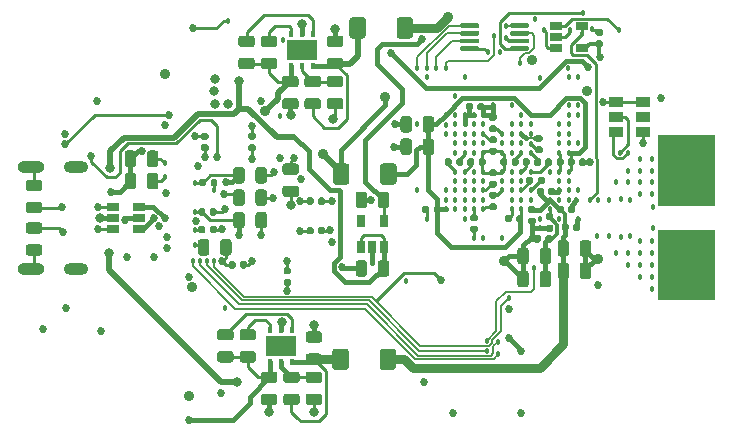
<source format=gbr>
G04 #@! TF.GenerationSoftware,KiCad,Pcbnew,(5.99.0-2267-g4486b0b6d)*
G04 #@! TF.CreationDate,2020-07-12T23:07:06+02:00*
G04 #@! TF.ProjectId,TDR,5444522e-6b69-4636-9164-5f7063625858,A*
G04 #@! TF.SameCoordinates,Original*
G04 #@! TF.FileFunction,Copper,L4,Bot*
G04 #@! TF.FilePolarity,Positive*
%FSLAX46Y46*%
G04 Gerber Fmt 4.6, Leading zero omitted, Abs format (unit mm)*
G04 Created by KiCad (PCBNEW (5.99.0-2267-g4486b0b6d)) date 2020-07-12 23:07:06*
%MOMM*%
%LPD*%
G01*
G04 APERTURE LIST*
G04 #@! TA.AperFunction,SMDPad,CuDef*
%ADD10R,0.650000X1.060000*%
G04 #@! TD*
G04 #@! TA.AperFunction,ComponentPad*
%ADD11C,0.500000*%
G04 #@! TD*
G04 #@! TA.AperFunction,ComponentPad*
%ADD12O,2.100000X1.000000*%
G04 #@! TD*
G04 #@! TA.AperFunction,ComponentPad*
%ADD13O,2.300000X1.000000*%
G04 #@! TD*
G04 #@! TA.AperFunction,SMDPad,CuDef*
%ADD14R,1.290000X0.890000*%
G04 #@! TD*
G04 #@! TA.AperFunction,SMDPad,CuDef*
%ADD15R,1.060000X0.650000*%
G04 #@! TD*
G04 #@! TA.AperFunction,SMDPad,CuDef*
%ADD16R,2.600000X1.700000*%
G04 #@! TD*
G04 #@! TA.AperFunction,SMDPad,CuDef*
%ADD17R,0.450000X0.630000*%
G04 #@! TD*
G04 #@! TA.AperFunction,ViaPad*
%ADD18C,0.457200*%
G04 #@! TD*
G04 #@! TA.AperFunction,ViaPad*
%ADD19C,0.685800*%
G04 #@! TD*
G04 #@! TA.AperFunction,ViaPad*
%ADD20C,0.889000*%
G04 #@! TD*
G04 #@! TA.AperFunction,ViaPad*
%ADD21C,0.800000*%
G04 #@! TD*
G04 #@! TA.AperFunction,Conductor*
%ADD22C,0.300000*%
G04 #@! TD*
G04 #@! TA.AperFunction,Conductor*
%ADD23C,0.390000*%
G04 #@! TD*
G04 #@! TA.AperFunction,Conductor*
%ADD24C,0.254000*%
G04 #@! TD*
G04 #@! TA.AperFunction,Conductor*
%ADD25C,0.127000*%
G04 #@! TD*
G04 #@! TA.AperFunction,Conductor*
%ADD26C,0.508000*%
G04 #@! TD*
G04 #@! TA.AperFunction,Conductor*
%ADD27C,0.250000*%
G04 #@! TD*
G04 #@! TA.AperFunction,Conductor*
%ADD28C,0.762000*%
G04 #@! TD*
G04 #@! TA.AperFunction,Conductor*
%ADD29C,0.410000*%
G04 #@! TD*
G04 APERTURE END LIST*
D10*
X138805000Y-81785000D03*
X136905000Y-81785000D03*
X136905000Y-83985000D03*
X137855000Y-83985000D03*
X138805000Y-83985000D03*
G04 #@! TA.AperFunction,SMDPad,CuDef*
G36*
G01*
X137405000Y-79528750D02*
X137405000Y-80441250D01*
G75*
G02*
X137161250Y-80685000I-243750J0D01*
G01*
X136673750Y-80685000D01*
G75*
G02*
X136430000Y-80441250I0J243750D01*
G01*
X136430000Y-79528750D01*
G75*
G02*
X136673750Y-79285000I243750J0D01*
G01*
X137161250Y-79285000D01*
G75*
G02*
X137405000Y-79528750I0J-243750D01*
G01*
G37*
G04 #@! TD.AperFunction*
G04 #@! TA.AperFunction,SMDPad,CuDef*
G36*
G01*
X139280000Y-79528750D02*
X139280000Y-80441250D01*
G75*
G02*
X139036250Y-80685000I-243750J0D01*
G01*
X138548750Y-80685000D01*
G75*
G02*
X138305000Y-80441250I0J243750D01*
G01*
X138305000Y-79528750D01*
G75*
G02*
X138548750Y-79285000I243750J0D01*
G01*
X139036250Y-79285000D01*
G75*
G02*
X139280000Y-79528750I0J-243750D01*
G01*
G37*
G04 #@! TD.AperFunction*
G04 #@! TA.AperFunction,SMDPad,CuDef*
G36*
G01*
X137405000Y-85328750D02*
X137405000Y-86241250D01*
G75*
G02*
X137161250Y-86485000I-243750J0D01*
G01*
X136673750Y-86485000D01*
G75*
G02*
X136430000Y-86241250I0J243750D01*
G01*
X136430000Y-85328750D01*
G75*
G02*
X136673750Y-85085000I243750J0D01*
G01*
X137161250Y-85085000D01*
G75*
G02*
X137405000Y-85328750I0J-243750D01*
G01*
G37*
G04 #@! TD.AperFunction*
G04 #@! TA.AperFunction,SMDPad,CuDef*
G36*
G01*
X139280000Y-85328750D02*
X139280000Y-86241250D01*
G75*
G02*
X139036250Y-86485000I-243750J0D01*
G01*
X138548750Y-86485000D01*
G75*
G02*
X138305000Y-86241250I0J243750D01*
G01*
X138305000Y-85328750D01*
G75*
G02*
X138548750Y-85085000I243750J0D01*
G01*
X139036250Y-85085000D01*
G75*
G02*
X139280000Y-85328750I0J-243750D01*
G01*
G37*
G04 #@! TD.AperFunction*
G04 #@! TA.AperFunction,SMDPad,CuDef*
G36*
G01*
X146745000Y-72257500D02*
X146745000Y-71912500D01*
G75*
G02*
X146892500Y-71765000I147500J0D01*
G01*
X147187500Y-71765000D01*
G75*
G02*
X147335000Y-71912500I0J-147500D01*
G01*
X147335000Y-72257500D01*
G75*
G02*
X147187500Y-72405000I-147500J0D01*
G01*
X146892500Y-72405000D01*
G75*
G02*
X146745000Y-72257500I0J147500D01*
G01*
G37*
G04 #@! TD.AperFunction*
G04 #@! TA.AperFunction,SMDPad,CuDef*
G36*
G01*
X145775000Y-72257500D02*
X145775000Y-71912500D01*
G75*
G02*
X145922500Y-71765000I147500J0D01*
G01*
X146217500Y-71765000D01*
G75*
G02*
X146365000Y-71912500I0J-147500D01*
G01*
X146365000Y-72257500D01*
G75*
G02*
X146217500Y-72405000I-147500J0D01*
G01*
X145922500Y-72405000D01*
G75*
G02*
X145775000Y-72257500I0J147500D01*
G01*
G37*
G04 #@! TD.AperFunction*
D11*
X166600000Y-85000000D03*
X163000000Y-85000000D03*
X165250000Y-85000000D03*
X166000000Y-85000000D03*
X162250000Y-85000000D03*
X166600000Y-85750000D03*
X166000000Y-85750000D03*
X162250000Y-85750000D03*
X166600000Y-82750000D03*
X162250000Y-82750000D03*
X166000000Y-82750000D03*
X165250000Y-82750000D03*
X164500000Y-82750000D03*
X163750000Y-82750000D03*
X163000000Y-82750000D03*
X166600000Y-83500000D03*
X163000000Y-83500000D03*
X163750000Y-83500000D03*
X164500000Y-83500000D03*
X165250000Y-83500000D03*
X166000000Y-83500000D03*
X166600000Y-86500000D03*
X166000000Y-86500000D03*
X162250000Y-86500000D03*
X166600000Y-87250000D03*
X166000000Y-87250000D03*
X162250000Y-87250000D03*
X166600000Y-88000000D03*
X163000000Y-88000000D03*
X163750000Y-88000000D03*
X164500000Y-88000000D03*
X165250000Y-88000000D03*
X166000000Y-88000000D03*
X162250000Y-88000000D03*
X162250000Y-83500000D03*
X166600000Y-84250000D03*
X163000000Y-84250000D03*
X163750000Y-84250000D03*
X164500000Y-84250000D03*
X165250000Y-84250000D03*
X166000000Y-84250000D03*
X162250000Y-84250000D03*
X162250000Y-75000000D03*
X166000000Y-75000000D03*
X165250000Y-75000000D03*
X164500000Y-75000000D03*
X163750000Y-75000000D03*
X163000000Y-75000000D03*
X166600000Y-75000000D03*
X162250000Y-75750000D03*
X166000000Y-75750000D03*
X166600000Y-75750000D03*
X162250000Y-76500000D03*
X166000000Y-76500000D03*
X166600000Y-76500000D03*
X162250000Y-77250000D03*
X166000000Y-77250000D03*
X166600000Y-77250000D03*
X162250000Y-78000000D03*
X166000000Y-78000000D03*
X165250000Y-78000000D03*
X163000000Y-78000000D03*
X166600000Y-78000000D03*
X162250000Y-78750000D03*
X166000000Y-78750000D03*
X165250000Y-78750000D03*
X164500000Y-78750000D03*
X163750000Y-78750000D03*
X163000000Y-78750000D03*
X166600000Y-78750000D03*
X162250000Y-79500000D03*
X166000000Y-79500000D03*
X165250000Y-79500000D03*
X164500000Y-79500000D03*
X163750000Y-79500000D03*
X163000000Y-79500000D03*
X166600000Y-79500000D03*
X163000000Y-80250000D03*
X163750000Y-80250000D03*
X164500000Y-80250000D03*
X165250000Y-80250000D03*
X166000000Y-80250000D03*
X162250000Y-80250000D03*
X166600000Y-80250000D03*
G04 #@! TA.AperFunction,ComponentPad*
G36*
X166850000Y-82500001D02*
G01*
X166849999Y-88500000D01*
X162000000Y-88499999D01*
X162000001Y-82500000D01*
X166850000Y-82500001D01*
G37*
G04 #@! TD.AperFunction*
G04 #@! TA.AperFunction,ComponentPad*
G36*
X166850000Y-74500001D02*
G01*
X166849999Y-80500000D01*
X162000000Y-80499999D01*
X162000001Y-74500000D01*
X166850000Y-74500001D01*
G37*
G04 #@! TD.AperFunction*
G04 #@! TA.AperFunction,SMDPad,CuDef*
G36*
G01*
X157227500Y-66095000D02*
X156882500Y-66095000D01*
G75*
G02*
X156735000Y-65947500I0J147500D01*
G01*
X156735000Y-65652500D01*
G75*
G02*
X156882500Y-65505000I147500J0D01*
G01*
X157227500Y-65505000D01*
G75*
G02*
X157375000Y-65652500I0J-147500D01*
G01*
X157375000Y-65947500D01*
G75*
G02*
X157227500Y-66095000I-147500J0D01*
G01*
G37*
G04 #@! TD.AperFunction*
G04 #@! TA.AperFunction,SMDPad,CuDef*
G36*
G01*
X157227500Y-67065000D02*
X156882500Y-67065000D01*
G75*
G02*
X156735000Y-66917500I0J147500D01*
G01*
X156735000Y-66622500D01*
G75*
G02*
X156882500Y-66475000I147500J0D01*
G01*
X157227500Y-66475000D01*
G75*
G02*
X157375000Y-66622500I0J-147500D01*
G01*
X157375000Y-66917500D01*
G75*
G02*
X157227500Y-67065000I-147500J0D01*
G01*
G37*
G04 #@! TD.AperFunction*
G04 #@! TA.AperFunction,SMDPad,CuDef*
G36*
G01*
X151182500Y-81475000D02*
X151527500Y-81475000D01*
G75*
G02*
X151675000Y-81622500I0J-147500D01*
G01*
X151675000Y-81917500D01*
G75*
G02*
X151527500Y-82065000I-147500J0D01*
G01*
X151182500Y-82065000D01*
G75*
G02*
X151035000Y-81917500I0J147500D01*
G01*
X151035000Y-81622500D01*
G75*
G02*
X151182500Y-81475000I147500J0D01*
G01*
G37*
G04 #@! TD.AperFunction*
G04 #@! TA.AperFunction,SMDPad,CuDef*
G36*
G01*
X151182500Y-80505000D02*
X151527500Y-80505000D01*
G75*
G02*
X151675000Y-80652500I0J-147500D01*
G01*
X151675000Y-80947500D01*
G75*
G02*
X151527500Y-81095000I-147500J0D01*
G01*
X151182500Y-81095000D01*
G75*
G02*
X151035000Y-80947500I0J147500D01*
G01*
X151035000Y-80652500D01*
G75*
G02*
X151182500Y-80505000I147500J0D01*
G01*
G37*
G04 #@! TD.AperFunction*
G04 #@! TA.AperFunction,SMDPad,CuDef*
G36*
G01*
X146282500Y-82175000D02*
X146627500Y-82175000D01*
G75*
G02*
X146775000Y-82322500I0J-147500D01*
G01*
X146775000Y-82617500D01*
G75*
G02*
X146627500Y-82765000I-147500J0D01*
G01*
X146282500Y-82765000D01*
G75*
G02*
X146135000Y-82617500I0J147500D01*
G01*
X146135000Y-82322500D01*
G75*
G02*
X146282500Y-82175000I147500J0D01*
G01*
G37*
G04 #@! TD.AperFunction*
G04 #@! TA.AperFunction,SMDPad,CuDef*
G36*
G01*
X146282500Y-81205000D02*
X146627500Y-81205000D01*
G75*
G02*
X146775000Y-81352500I0J-147500D01*
G01*
X146775000Y-81647500D01*
G75*
G02*
X146627500Y-81795000I-147500J0D01*
G01*
X146282500Y-81795000D01*
G75*
G02*
X146135000Y-81647500I0J147500D01*
G01*
X146135000Y-81352500D01*
G75*
G02*
X146282500Y-81205000I147500J0D01*
G01*
G37*
G04 #@! TD.AperFunction*
G04 #@! TA.AperFunction,SMDPad,CuDef*
G36*
G01*
X153445000Y-76957500D02*
X153445000Y-76612500D01*
G75*
G02*
X153592500Y-76465000I147500J0D01*
G01*
X153887500Y-76465000D01*
G75*
G02*
X154035000Y-76612500I0J-147500D01*
G01*
X154035000Y-76957500D01*
G75*
G02*
X153887500Y-77105000I-147500J0D01*
G01*
X153592500Y-77105000D01*
G75*
G02*
X153445000Y-76957500I0J147500D01*
G01*
G37*
G04 #@! TD.AperFunction*
G04 #@! TA.AperFunction,SMDPad,CuDef*
G36*
G01*
X152475000Y-76957500D02*
X152475000Y-76612500D01*
G75*
G02*
X152622500Y-76465000I147500J0D01*
G01*
X152917500Y-76465000D01*
G75*
G02*
X153065000Y-76612500I0J-147500D01*
G01*
X153065000Y-76957500D01*
G75*
G02*
X152917500Y-77105000I-147500J0D01*
G01*
X152622500Y-77105000D01*
G75*
G02*
X152475000Y-76957500I0J147500D01*
G01*
G37*
G04 #@! TD.AperFunction*
D12*
X112780000Y-85805000D03*
X112780000Y-77165000D03*
D13*
X108955000Y-77165000D03*
X108955000Y-85805000D03*
D14*
X158500000Y-72950000D03*
X160750000Y-72950000D03*
X158500000Y-71680000D03*
X158500000Y-74220000D03*
X160750000Y-74220000D03*
X160750000Y-71680000D03*
G04 #@! TA.AperFunction,SMDPad,CuDef*
G36*
G01*
X149500000Y-67275000D02*
X149500000Y-67075000D01*
G75*
G02*
X149600000Y-66975000I100000J0D01*
G01*
X151025000Y-66975000D01*
G75*
G02*
X151125000Y-67075000I0J-100000D01*
G01*
X151125000Y-67275000D01*
G75*
G02*
X151025000Y-67375000I-100000J0D01*
G01*
X149600000Y-67375000D01*
G75*
G02*
X149500000Y-67275000I0J100000D01*
G01*
G37*
G04 #@! TD.AperFunction*
G04 #@! TA.AperFunction,SMDPad,CuDef*
G36*
G01*
X149500000Y-66625000D02*
X149500000Y-66425000D01*
G75*
G02*
X149600000Y-66325000I100000J0D01*
G01*
X151025000Y-66325000D01*
G75*
G02*
X151125000Y-66425000I0J-100000D01*
G01*
X151125000Y-66625000D01*
G75*
G02*
X151025000Y-66725000I-100000J0D01*
G01*
X149600000Y-66725000D01*
G75*
G02*
X149500000Y-66625000I0J100000D01*
G01*
G37*
G04 #@! TD.AperFunction*
G04 #@! TA.AperFunction,SMDPad,CuDef*
G36*
G01*
X149500000Y-65975000D02*
X149500000Y-65775000D01*
G75*
G02*
X149600000Y-65675000I100000J0D01*
G01*
X151025000Y-65675000D01*
G75*
G02*
X151125000Y-65775000I0J-100000D01*
G01*
X151125000Y-65975000D01*
G75*
G02*
X151025000Y-66075000I-100000J0D01*
G01*
X149600000Y-66075000D01*
G75*
G02*
X149500000Y-65975000I0J100000D01*
G01*
G37*
G04 #@! TD.AperFunction*
G04 #@! TA.AperFunction,SMDPad,CuDef*
G36*
G01*
X149500000Y-65325000D02*
X149500000Y-65125000D01*
G75*
G02*
X149600000Y-65025000I100000J0D01*
G01*
X151025000Y-65025000D01*
G75*
G02*
X151125000Y-65125000I0J-100000D01*
G01*
X151125000Y-65325000D01*
G75*
G02*
X151025000Y-65425000I-100000J0D01*
G01*
X149600000Y-65425000D01*
G75*
G02*
X149500000Y-65325000I0J100000D01*
G01*
G37*
G04 #@! TD.AperFunction*
G04 #@! TA.AperFunction,SMDPad,CuDef*
G36*
G01*
X145275000Y-65325000D02*
X145275000Y-65125000D01*
G75*
G02*
X145375000Y-65025000I100000J0D01*
G01*
X146800000Y-65025000D01*
G75*
G02*
X146900000Y-65125000I0J-100000D01*
G01*
X146900000Y-65325000D01*
G75*
G02*
X146800000Y-65425000I-100000J0D01*
G01*
X145375000Y-65425000D01*
G75*
G02*
X145275000Y-65325000I0J100000D01*
G01*
G37*
G04 #@! TD.AperFunction*
G04 #@! TA.AperFunction,SMDPad,CuDef*
G36*
G01*
X145275000Y-65975000D02*
X145275000Y-65775000D01*
G75*
G02*
X145375000Y-65675000I100000J0D01*
G01*
X146800000Y-65675000D01*
G75*
G02*
X146900000Y-65775000I0J-100000D01*
G01*
X146900000Y-65975000D01*
G75*
G02*
X146800000Y-66075000I-100000J0D01*
G01*
X145375000Y-66075000D01*
G75*
G02*
X145275000Y-65975000I0J100000D01*
G01*
G37*
G04 #@! TD.AperFunction*
G04 #@! TA.AperFunction,SMDPad,CuDef*
G36*
G01*
X145275000Y-66625000D02*
X145275000Y-66425000D01*
G75*
G02*
X145375000Y-66325000I100000J0D01*
G01*
X146800000Y-66325000D01*
G75*
G02*
X146900000Y-66425000I0J-100000D01*
G01*
X146900000Y-66625000D01*
G75*
G02*
X146800000Y-66725000I-100000J0D01*
G01*
X145375000Y-66725000D01*
G75*
G02*
X145275000Y-66625000I0J100000D01*
G01*
G37*
G04 #@! TD.AperFunction*
G04 #@! TA.AperFunction,SMDPad,CuDef*
G36*
G01*
X145275000Y-67275000D02*
X145275000Y-67075000D01*
G75*
G02*
X145375000Y-66975000I100000J0D01*
G01*
X146800000Y-66975000D01*
G75*
G02*
X146900000Y-67075000I0J-100000D01*
G01*
X146900000Y-67275000D01*
G75*
G02*
X146800000Y-67375000I-100000J0D01*
G01*
X145375000Y-67375000D01*
G75*
G02*
X145275000Y-67275000I0J100000D01*
G01*
G37*
G04 #@! TD.AperFunction*
D15*
X155600000Y-67150000D03*
X155600000Y-65250000D03*
X153400000Y-65250000D03*
X153400000Y-66200000D03*
X153400000Y-67150000D03*
G04 #@! TA.AperFunction,SMDPad,CuDef*
G36*
G01*
X138500000Y-78450001D02*
X138500000Y-77149999D01*
G75*
G02*
X138749999Y-76900000I249999J0D01*
G01*
X139650001Y-76900000D01*
G75*
G02*
X139900000Y-77149999I0J-249999D01*
G01*
X139900000Y-78450001D01*
G75*
G02*
X139650001Y-78700000I-249999J0D01*
G01*
X138749999Y-78700000D01*
G75*
G02*
X138500000Y-78450001I0J249999D01*
G01*
G37*
G04 #@! TD.AperFunction*
G04 #@! TA.AperFunction,SMDPad,CuDef*
G36*
G01*
X134500000Y-78450001D02*
X134500000Y-77149999D01*
G75*
G02*
X134749999Y-76900000I249999J0D01*
G01*
X135650001Y-76900000D01*
G75*
G02*
X135900000Y-77149999I0J-249999D01*
G01*
X135900000Y-78450001D01*
G75*
G02*
X135650001Y-78700000I-249999J0D01*
G01*
X134749999Y-78700000D01*
G75*
G02*
X134500000Y-78450001I0J249999D01*
G01*
G37*
G04 #@! TD.AperFunction*
G04 #@! TA.AperFunction,SMDPad,CuDef*
G36*
G01*
X132865000Y-79912500D02*
X132865000Y-80257500D01*
G75*
G02*
X132717500Y-80405000I-147500J0D01*
G01*
X132422500Y-80405000D01*
G75*
G02*
X132275000Y-80257500I0J147500D01*
G01*
X132275000Y-79912500D01*
G75*
G02*
X132422500Y-79765000I147500J0D01*
G01*
X132717500Y-79765000D01*
G75*
G02*
X132865000Y-79912500I0J-147500D01*
G01*
G37*
G04 #@! TD.AperFunction*
G04 #@! TA.AperFunction,SMDPad,CuDef*
G36*
G01*
X133835000Y-79912500D02*
X133835000Y-80257500D01*
G75*
G02*
X133687500Y-80405000I-147500J0D01*
G01*
X133392500Y-80405000D01*
G75*
G02*
X133245000Y-80257500I0J147500D01*
G01*
X133245000Y-79912500D01*
G75*
G02*
X133392500Y-79765000I147500J0D01*
G01*
X133687500Y-79765000D01*
G75*
G02*
X133835000Y-79912500I0J-147500D01*
G01*
G37*
G04 #@! TD.AperFunction*
G04 #@! TA.AperFunction,SMDPad,CuDef*
G36*
G01*
X126645000Y-85657500D02*
X126645000Y-85312500D01*
G75*
G02*
X126792500Y-85165000I147500J0D01*
G01*
X127087500Y-85165000D01*
G75*
G02*
X127235000Y-85312500I0J-147500D01*
G01*
X127235000Y-85657500D01*
G75*
G02*
X127087500Y-85805000I-147500J0D01*
G01*
X126792500Y-85805000D01*
G75*
G02*
X126645000Y-85657500I0J147500D01*
G01*
G37*
G04 #@! TD.AperFunction*
G04 #@! TA.AperFunction,SMDPad,CuDef*
G36*
G01*
X125675000Y-85657500D02*
X125675000Y-85312500D01*
G75*
G02*
X125822500Y-85165000I147500J0D01*
G01*
X126117500Y-85165000D01*
G75*
G02*
X126265000Y-85312500I0J-147500D01*
G01*
X126265000Y-85657500D01*
G75*
G02*
X126117500Y-85805000I-147500J0D01*
G01*
X125822500Y-85805000D01*
G75*
G02*
X125675000Y-85657500I0J147500D01*
G01*
G37*
G04 #@! TD.AperFunction*
G04 #@! TA.AperFunction,SMDPad,CuDef*
G36*
G01*
X127482500Y-75275000D02*
X127827500Y-75275000D01*
G75*
G02*
X127975000Y-75422500I0J-147500D01*
G01*
X127975000Y-75717500D01*
G75*
G02*
X127827500Y-75865000I-147500J0D01*
G01*
X127482500Y-75865000D01*
G75*
G02*
X127335000Y-75717500I0J147500D01*
G01*
X127335000Y-75422500D01*
G75*
G02*
X127482500Y-75275000I147500J0D01*
G01*
G37*
G04 #@! TD.AperFunction*
G04 #@! TA.AperFunction,SMDPad,CuDef*
G36*
G01*
X127482500Y-74305000D02*
X127827500Y-74305000D01*
G75*
G02*
X127975000Y-74452500I0J-147500D01*
G01*
X127975000Y-74747500D01*
G75*
G02*
X127827500Y-74895000I-147500J0D01*
G01*
X127482500Y-74895000D01*
G75*
G02*
X127335000Y-74747500I0J147500D01*
G01*
X127335000Y-74452500D01*
G75*
G02*
X127482500Y-74305000I147500J0D01*
G01*
G37*
G04 #@! TD.AperFunction*
G04 #@! TA.AperFunction,SMDPad,CuDef*
G36*
G01*
X130827500Y-86295000D02*
X130482500Y-86295000D01*
G75*
G02*
X130335000Y-86147500I0J147500D01*
G01*
X130335000Y-85852500D01*
G75*
G02*
X130482500Y-85705000I147500J0D01*
G01*
X130827500Y-85705000D01*
G75*
G02*
X130975000Y-85852500I0J-147500D01*
G01*
X130975000Y-86147500D01*
G75*
G02*
X130827500Y-86295000I-147500J0D01*
G01*
G37*
G04 #@! TD.AperFunction*
G04 #@! TA.AperFunction,SMDPad,CuDef*
G36*
G01*
X130827500Y-87265000D02*
X130482500Y-87265000D01*
G75*
G02*
X130335000Y-87117500I0J147500D01*
G01*
X130335000Y-86822500D01*
G75*
G02*
X130482500Y-86675000I147500J0D01*
G01*
X130827500Y-86675000D01*
G75*
G02*
X130975000Y-86822500I0J-147500D01*
G01*
X130975000Y-87117500D01*
G75*
G02*
X130827500Y-87265000I-147500J0D01*
G01*
G37*
G04 #@! TD.AperFunction*
G04 #@! TA.AperFunction,SMDPad,CuDef*
G36*
G01*
X124090000Y-82672500D02*
X124090000Y-82327500D01*
G75*
G02*
X124237500Y-82180000I147500J0D01*
G01*
X124532500Y-82180000D01*
G75*
G02*
X124680000Y-82327500I0J-147500D01*
G01*
X124680000Y-82672500D01*
G75*
G02*
X124532500Y-82820000I-147500J0D01*
G01*
X124237500Y-82820000D01*
G75*
G02*
X124090000Y-82672500I0J147500D01*
G01*
G37*
G04 #@! TD.AperFunction*
G04 #@! TA.AperFunction,SMDPad,CuDef*
G36*
G01*
X123120000Y-82672500D02*
X123120000Y-82327500D01*
G75*
G02*
X123267500Y-82180000I147500J0D01*
G01*
X123562500Y-82180000D01*
G75*
G02*
X123710000Y-82327500I0J-147500D01*
G01*
X123710000Y-82672500D01*
G75*
G02*
X123562500Y-82820000I-147500J0D01*
G01*
X123267500Y-82820000D01*
G75*
G02*
X123120000Y-82672500I0J147500D01*
G01*
G37*
G04 #@! TD.AperFunction*
G04 #@! TA.AperFunction,SMDPad,CuDef*
G36*
G01*
X123482500Y-75275000D02*
X123827500Y-75275000D01*
G75*
G02*
X123975000Y-75422500I0J-147500D01*
G01*
X123975000Y-75717500D01*
G75*
G02*
X123827500Y-75865000I-147500J0D01*
G01*
X123482500Y-75865000D01*
G75*
G02*
X123335000Y-75717500I0J147500D01*
G01*
X123335000Y-75422500D01*
G75*
G02*
X123482500Y-75275000I147500J0D01*
G01*
G37*
G04 #@! TD.AperFunction*
G04 #@! TA.AperFunction,SMDPad,CuDef*
G36*
G01*
X123482500Y-74305000D02*
X123827500Y-74305000D01*
G75*
G02*
X123975000Y-74452500I0J-147500D01*
G01*
X123975000Y-74747500D01*
G75*
G02*
X123827500Y-74895000I-147500J0D01*
G01*
X123482500Y-74895000D01*
G75*
G02*
X123335000Y-74747500I0J147500D01*
G01*
X123335000Y-74452500D01*
G75*
G02*
X123482500Y-74305000I147500J0D01*
G01*
G37*
G04 #@! TD.AperFunction*
G04 #@! TA.AperFunction,SMDPad,CuDef*
G36*
G01*
X132865000Y-82412500D02*
X132865000Y-82757500D01*
G75*
G02*
X132717500Y-82905000I-147500J0D01*
G01*
X132422500Y-82905000D01*
G75*
G02*
X132275000Y-82757500I0J147500D01*
G01*
X132275000Y-82412500D01*
G75*
G02*
X132422500Y-82265000I147500J0D01*
G01*
X132717500Y-82265000D01*
G75*
G02*
X132865000Y-82412500I0J-147500D01*
G01*
G37*
G04 #@! TD.AperFunction*
G04 #@! TA.AperFunction,SMDPad,CuDef*
G36*
G01*
X133835000Y-82412500D02*
X133835000Y-82757500D01*
G75*
G02*
X133687500Y-82905000I-147500J0D01*
G01*
X133392500Y-82905000D01*
G75*
G02*
X133245000Y-82757500I0J147500D01*
G01*
X133245000Y-82412500D01*
G75*
G02*
X133392500Y-82265000I147500J0D01*
G01*
X133687500Y-82265000D01*
G75*
G02*
X133835000Y-82412500I0J-147500D01*
G01*
G37*
G04 #@! TD.AperFunction*
G04 #@! TA.AperFunction,SMDPad,CuDef*
G36*
G01*
X124090000Y-81172500D02*
X124090000Y-80827500D01*
G75*
G02*
X124237500Y-80680000I147500J0D01*
G01*
X124532500Y-80680000D01*
G75*
G02*
X124680000Y-80827500I0J-147500D01*
G01*
X124680000Y-81172500D01*
G75*
G02*
X124532500Y-81320000I-147500J0D01*
G01*
X124237500Y-81320000D01*
G75*
G02*
X124090000Y-81172500I0J147500D01*
G01*
G37*
G04 #@! TD.AperFunction*
G04 #@! TA.AperFunction,SMDPad,CuDef*
G36*
G01*
X123120000Y-81172500D02*
X123120000Y-80827500D01*
G75*
G02*
X123267500Y-80680000I147500J0D01*
G01*
X123562500Y-80680000D01*
G75*
G02*
X123710000Y-80827500I0J-147500D01*
G01*
X123710000Y-81172500D01*
G75*
G02*
X123562500Y-81320000I-147500J0D01*
G01*
X123267500Y-81320000D01*
G75*
G02*
X123120000Y-81172500I0J147500D01*
G01*
G37*
G04 #@! TD.AperFunction*
G04 #@! TA.AperFunction,SMDPad,CuDef*
G36*
G01*
X124145000Y-78700665D02*
X124145000Y-78355665D01*
G75*
G02*
X124292500Y-78208165I147500J0D01*
G01*
X124587500Y-78208165D01*
G75*
G02*
X124735000Y-78355665I0J-147500D01*
G01*
X124735000Y-78700665D01*
G75*
G02*
X124587500Y-78848165I-147500J0D01*
G01*
X124292500Y-78848165D01*
G75*
G02*
X124145000Y-78700665I0J147500D01*
G01*
G37*
G04 #@! TD.AperFunction*
G04 #@! TA.AperFunction,SMDPad,CuDef*
G36*
G01*
X123175000Y-78700665D02*
X123175000Y-78355665D01*
G75*
G02*
X123322500Y-78208165I147500J0D01*
G01*
X123617500Y-78208165D01*
G75*
G02*
X123765000Y-78355665I0J-147500D01*
G01*
X123765000Y-78700665D01*
G75*
G02*
X123617500Y-78848165I-147500J0D01*
G01*
X123322500Y-78848165D01*
G75*
G02*
X123175000Y-78700665I0J147500D01*
G01*
G37*
G04 #@! TD.AperFunction*
G04 #@! TA.AperFunction,SMDPad,CuDef*
G36*
G01*
X130483274Y-78775610D02*
X131395774Y-78775610D01*
G75*
G02*
X131639524Y-79019360I0J-243750D01*
G01*
X131639524Y-79506860D01*
G75*
G02*
X131395774Y-79750610I-243750J0D01*
G01*
X130483274Y-79750610D01*
G75*
G02*
X130239524Y-79506860I0J243750D01*
G01*
X130239524Y-79019360D01*
G75*
G02*
X130483274Y-78775610I243750J0D01*
G01*
G37*
G04 #@! TD.AperFunction*
G04 #@! TA.AperFunction,SMDPad,CuDef*
G36*
G01*
X130483274Y-76900610D02*
X131395774Y-76900610D01*
G75*
G02*
X131639524Y-77144360I0J-243750D01*
G01*
X131639524Y-77631860D01*
G75*
G02*
X131395774Y-77875610I-243750J0D01*
G01*
X130483274Y-77875610D01*
G75*
G02*
X130239524Y-77631860I0J243750D01*
G01*
X130239524Y-77144360D01*
G75*
G02*
X130483274Y-76900610I243750J0D01*
G01*
G37*
G04 #@! TD.AperFunction*
G04 #@! TA.AperFunction,SMDPad,CuDef*
G36*
G01*
X127950000Y-78356250D02*
X127950000Y-77443750D01*
G75*
G02*
X128193750Y-77200000I243750J0D01*
G01*
X128681250Y-77200000D01*
G75*
G02*
X128925000Y-77443750I0J-243750D01*
G01*
X128925000Y-78356250D01*
G75*
G02*
X128681250Y-78600000I-243750J0D01*
G01*
X128193750Y-78600000D01*
G75*
G02*
X127950000Y-78356250I0J243750D01*
G01*
G37*
G04 #@! TD.AperFunction*
G04 #@! TA.AperFunction,SMDPad,CuDef*
G36*
G01*
X126075000Y-78356250D02*
X126075000Y-77443750D01*
G75*
G02*
X126318750Y-77200000I243750J0D01*
G01*
X126806250Y-77200000D01*
G75*
G02*
X127050000Y-77443750I0J-243750D01*
G01*
X127050000Y-78356250D01*
G75*
G02*
X126806250Y-78600000I-243750J0D01*
G01*
X126318750Y-78600000D01*
G75*
G02*
X126075000Y-78356250I0J243750D01*
G01*
G37*
G04 #@! TD.AperFunction*
G04 #@! TA.AperFunction,SMDPad,CuDef*
G36*
G01*
X127950000Y-82156250D02*
X127950000Y-81243750D01*
G75*
G02*
X128193750Y-81000000I243750J0D01*
G01*
X128681250Y-81000000D01*
G75*
G02*
X128925000Y-81243750I0J-243750D01*
G01*
X128925000Y-82156250D01*
G75*
G02*
X128681250Y-82400000I-243750J0D01*
G01*
X128193750Y-82400000D01*
G75*
G02*
X127950000Y-82156250I0J243750D01*
G01*
G37*
G04 #@! TD.AperFunction*
G04 #@! TA.AperFunction,SMDPad,CuDef*
G36*
G01*
X126075000Y-82156250D02*
X126075000Y-81243750D01*
G75*
G02*
X126318750Y-81000000I243750J0D01*
G01*
X126806250Y-81000000D01*
G75*
G02*
X127050000Y-81243750I0J-243750D01*
G01*
X127050000Y-82156250D01*
G75*
G02*
X126806250Y-82400000I-243750J0D01*
G01*
X126318750Y-82400000D01*
G75*
G02*
X126075000Y-82156250I0J243750D01*
G01*
G37*
G04 #@! TD.AperFunction*
G04 #@! TA.AperFunction,SMDPad,CuDef*
G36*
G01*
X124050000Y-83543750D02*
X124050000Y-84456250D01*
G75*
G02*
X123806250Y-84700000I-243750J0D01*
G01*
X123318750Y-84700000D01*
G75*
G02*
X123075000Y-84456250I0J243750D01*
G01*
X123075000Y-83543750D01*
G75*
G02*
X123318750Y-83300000I243750J0D01*
G01*
X123806250Y-83300000D01*
G75*
G02*
X124050000Y-83543750I0J-243750D01*
G01*
G37*
G04 #@! TD.AperFunction*
G04 #@! TA.AperFunction,SMDPad,CuDef*
G36*
G01*
X125925000Y-83543750D02*
X125925000Y-84456250D01*
G75*
G02*
X125681250Y-84700000I-243750J0D01*
G01*
X125193750Y-84700000D01*
G75*
G02*
X124950000Y-84456250I0J243750D01*
G01*
X124950000Y-83543750D01*
G75*
G02*
X125193750Y-83300000I243750J0D01*
G01*
X125681250Y-83300000D01*
G75*
G02*
X125925000Y-83543750I0J-243750D01*
G01*
G37*
G04 #@! TD.AperFunction*
G04 #@! TA.AperFunction,SMDPad,CuDef*
G36*
G01*
X127050000Y-79343750D02*
X127050000Y-80256250D01*
G75*
G02*
X126806250Y-80500000I-243750J0D01*
G01*
X126318750Y-80500000D01*
G75*
G02*
X126075000Y-80256250I0J243750D01*
G01*
X126075000Y-79343750D01*
G75*
G02*
X126318750Y-79100000I243750J0D01*
G01*
X126806250Y-79100000D01*
G75*
G02*
X127050000Y-79343750I0J-243750D01*
G01*
G37*
G04 #@! TD.AperFunction*
G04 #@! TA.AperFunction,SMDPad,CuDef*
G36*
G01*
X128925000Y-79343750D02*
X128925000Y-80256250D01*
G75*
G02*
X128681250Y-80500000I-243750J0D01*
G01*
X128193750Y-80500000D01*
G75*
G02*
X127950000Y-80256250I0J243750D01*
G01*
X127950000Y-79343750D01*
G75*
G02*
X128193750Y-79100000I243750J0D01*
G01*
X128681250Y-79100000D01*
G75*
G02*
X128925000Y-79343750I0J-243750D01*
G01*
G37*
G04 #@! TD.AperFunction*
G04 #@! TA.AperFunction,SMDPad,CuDef*
G36*
G01*
X118750000Y-78856250D02*
X118750000Y-77943750D01*
G75*
G02*
X118993750Y-77700000I243750J0D01*
G01*
X119481250Y-77700000D01*
G75*
G02*
X119725000Y-77943750I0J-243750D01*
G01*
X119725000Y-78856250D01*
G75*
G02*
X119481250Y-79100000I-243750J0D01*
G01*
X118993750Y-79100000D01*
G75*
G02*
X118750000Y-78856250I0J243750D01*
G01*
G37*
G04 #@! TD.AperFunction*
G04 #@! TA.AperFunction,SMDPad,CuDef*
G36*
G01*
X116875000Y-78856250D02*
X116875000Y-77943750D01*
G75*
G02*
X117118750Y-77700000I243750J0D01*
G01*
X117606250Y-77700000D01*
G75*
G02*
X117850000Y-77943750I0J-243750D01*
G01*
X117850000Y-78856250D01*
G75*
G02*
X117606250Y-79100000I-243750J0D01*
G01*
X117118750Y-79100000D01*
G75*
G02*
X116875000Y-78856250I0J243750D01*
G01*
G37*
G04 #@! TD.AperFunction*
G04 #@! TA.AperFunction,SMDPad,CuDef*
G36*
G01*
X118750000Y-76956250D02*
X118750000Y-76043750D01*
G75*
G02*
X118993750Y-75800000I243750J0D01*
G01*
X119481250Y-75800000D01*
G75*
G02*
X119725000Y-76043750I0J-243750D01*
G01*
X119725000Y-76956250D01*
G75*
G02*
X119481250Y-77200000I-243750J0D01*
G01*
X118993750Y-77200000D01*
G75*
G02*
X118750000Y-76956250I0J243750D01*
G01*
G37*
G04 #@! TD.AperFunction*
G04 #@! TA.AperFunction,SMDPad,CuDef*
G36*
G01*
X116875000Y-76956250D02*
X116875000Y-76043750D01*
G75*
G02*
X117118750Y-75800000I243750J0D01*
G01*
X117606250Y-75800000D01*
G75*
G02*
X117850000Y-76043750I0J-243750D01*
G01*
X117850000Y-76956250D01*
G75*
G02*
X117606250Y-77200000I-243750J0D01*
G01*
X117118750Y-77200000D01*
G75*
G02*
X116875000Y-76956250I0J243750D01*
G01*
G37*
G04 #@! TD.AperFunction*
G04 #@! TA.AperFunction,SMDPad,CuDef*
G36*
G01*
X152682500Y-82075000D02*
X153027500Y-82075000D01*
G75*
G02*
X153175000Y-82222500I0J-147500D01*
G01*
X153175000Y-82517500D01*
G75*
G02*
X153027500Y-82665000I-147500J0D01*
G01*
X152682500Y-82665000D01*
G75*
G02*
X152535000Y-82517500I0J147500D01*
G01*
X152535000Y-82222500D01*
G75*
G02*
X152682500Y-82075000I147500J0D01*
G01*
G37*
G04 #@! TD.AperFunction*
G04 #@! TA.AperFunction,SMDPad,CuDef*
G36*
G01*
X152682500Y-81105000D02*
X153027500Y-81105000D01*
G75*
G02*
X153175000Y-81252500I0J-147500D01*
G01*
X153175000Y-81547500D01*
G75*
G02*
X153027500Y-81695000I-147500J0D01*
G01*
X152682500Y-81695000D01*
G75*
G02*
X152535000Y-81547500I0J147500D01*
G01*
X152535000Y-81252500D01*
G75*
G02*
X152682500Y-81105000I147500J0D01*
G01*
G37*
G04 #@! TD.AperFunction*
D16*
X130100000Y-92337500D03*
D17*
X129150000Y-93677500D03*
X130100000Y-93677500D03*
X131050000Y-93677500D03*
X131050000Y-90997500D03*
X130100000Y-90997500D03*
X129150000Y-90997500D03*
D16*
X131900000Y-67300000D03*
D17*
X130950000Y-68640000D03*
X131900000Y-68640000D03*
X132850000Y-68640000D03*
X132850000Y-65960000D03*
X131900000Y-65960000D03*
X130950000Y-65960000D03*
G04 #@! TA.AperFunction,SMDPad,CuDef*
G36*
G01*
X132443750Y-96387500D02*
X133356250Y-96387500D01*
G75*
G02*
X133600000Y-96631250I0J-243750D01*
G01*
X133600000Y-97118750D01*
G75*
G02*
X133356250Y-97362500I-243750J0D01*
G01*
X132443750Y-97362500D01*
G75*
G02*
X132200000Y-97118750I0J243750D01*
G01*
X132200000Y-96631250D01*
G75*
G02*
X132443750Y-96387500I243750J0D01*
G01*
G37*
G04 #@! TD.AperFunction*
G04 #@! TA.AperFunction,SMDPad,CuDef*
G36*
G01*
X132443750Y-94512500D02*
X133356250Y-94512500D01*
G75*
G02*
X133600000Y-94756250I0J-243750D01*
G01*
X133600000Y-95243750D01*
G75*
G02*
X133356250Y-95487500I-243750J0D01*
G01*
X132443750Y-95487500D01*
G75*
G02*
X132200000Y-95243750I0J243750D01*
G01*
X132200000Y-94756250D01*
G75*
G02*
X132443750Y-94512500I243750J0D01*
G01*
G37*
G04 #@! TD.AperFunction*
G04 #@! TA.AperFunction,SMDPad,CuDef*
G36*
G01*
X131456250Y-95487500D02*
X130543750Y-95487500D01*
G75*
G02*
X130300000Y-95243750I0J243750D01*
G01*
X130300000Y-94756250D01*
G75*
G02*
X130543750Y-94512500I243750J0D01*
G01*
X131456250Y-94512500D01*
G75*
G02*
X131700000Y-94756250I0J-243750D01*
G01*
X131700000Y-95243750D01*
G75*
G02*
X131456250Y-95487500I-243750J0D01*
G01*
G37*
G04 #@! TD.AperFunction*
G04 #@! TA.AperFunction,SMDPad,CuDef*
G36*
G01*
X131456250Y-97362500D02*
X130543750Y-97362500D01*
G75*
G02*
X130300000Y-97118750I0J243750D01*
G01*
X130300000Y-96631250D01*
G75*
G02*
X130543750Y-96387500I243750J0D01*
G01*
X131456250Y-96387500D01*
G75*
G02*
X131700000Y-96631250I0J-243750D01*
G01*
X131700000Y-97118750D01*
G75*
G02*
X131456250Y-97362500I-243750J0D01*
G01*
G37*
G04 #@! TD.AperFunction*
G04 #@! TA.AperFunction,SMDPad,CuDef*
G36*
G01*
X134243750Y-71350000D02*
X135156250Y-71350000D01*
G75*
G02*
X135400000Y-71593750I0J-243750D01*
G01*
X135400000Y-72081250D01*
G75*
G02*
X135156250Y-72325000I-243750J0D01*
G01*
X134243750Y-72325000D01*
G75*
G02*
X134000000Y-72081250I0J243750D01*
G01*
X134000000Y-71593750D01*
G75*
G02*
X134243750Y-71350000I243750J0D01*
G01*
G37*
G04 #@! TD.AperFunction*
G04 #@! TA.AperFunction,SMDPad,CuDef*
G36*
G01*
X134243750Y-69475000D02*
X135156250Y-69475000D01*
G75*
G02*
X135400000Y-69718750I0J-243750D01*
G01*
X135400000Y-70206250D01*
G75*
G02*
X135156250Y-70450000I-243750J0D01*
G01*
X134243750Y-70450000D01*
G75*
G02*
X134000000Y-70206250I0J243750D01*
G01*
X134000000Y-69718750D01*
G75*
G02*
X134243750Y-69475000I243750J0D01*
G01*
G37*
G04 #@! TD.AperFunction*
G04 #@! TA.AperFunction,SMDPad,CuDef*
G36*
G01*
X133256250Y-70450000D02*
X132343750Y-70450000D01*
G75*
G02*
X132100000Y-70206250I0J243750D01*
G01*
X132100000Y-69718750D01*
G75*
G02*
X132343750Y-69475000I243750J0D01*
G01*
X133256250Y-69475000D01*
G75*
G02*
X133500000Y-69718750I0J-243750D01*
G01*
X133500000Y-70206250D01*
G75*
G02*
X133256250Y-70450000I-243750J0D01*
G01*
G37*
G04 #@! TD.AperFunction*
G04 #@! TA.AperFunction,SMDPad,CuDef*
G36*
G01*
X133256250Y-72325000D02*
X132343750Y-72325000D01*
G75*
G02*
X132100000Y-72081250I0J243750D01*
G01*
X132100000Y-71593750D01*
G75*
G02*
X132343750Y-71350000I243750J0D01*
G01*
X133256250Y-71350000D01*
G75*
G02*
X133500000Y-71593750I0J-243750D01*
G01*
X133500000Y-72081250D01*
G75*
G02*
X133256250Y-72325000I-243750J0D01*
G01*
G37*
G04 #@! TD.AperFunction*
G04 #@! TA.AperFunction,SMDPad,CuDef*
G36*
G01*
X124943750Y-92787500D02*
X125856250Y-92787500D01*
G75*
G02*
X126100000Y-93031250I0J-243750D01*
G01*
X126100000Y-93518750D01*
G75*
G02*
X125856250Y-93762500I-243750J0D01*
G01*
X124943750Y-93762500D01*
G75*
G02*
X124700000Y-93518750I0J243750D01*
G01*
X124700000Y-93031250D01*
G75*
G02*
X124943750Y-92787500I243750J0D01*
G01*
G37*
G04 #@! TD.AperFunction*
G04 #@! TA.AperFunction,SMDPad,CuDef*
G36*
G01*
X124943750Y-90912500D02*
X125856250Y-90912500D01*
G75*
G02*
X126100000Y-91156250I0J-243750D01*
G01*
X126100000Y-91643750D01*
G75*
G02*
X125856250Y-91887500I-243750J0D01*
G01*
X124943750Y-91887500D01*
G75*
G02*
X124700000Y-91643750I0J243750D01*
G01*
X124700000Y-91156250D01*
G75*
G02*
X124943750Y-90912500I243750J0D01*
G01*
G37*
G04 #@! TD.AperFunction*
G04 #@! TA.AperFunction,SMDPad,CuDef*
G36*
G01*
X126743750Y-67950000D02*
X127656250Y-67950000D01*
G75*
G02*
X127900000Y-68193750I0J-243750D01*
G01*
X127900000Y-68681250D01*
G75*
G02*
X127656250Y-68925000I-243750J0D01*
G01*
X126743750Y-68925000D01*
G75*
G02*
X126500000Y-68681250I0J243750D01*
G01*
X126500000Y-68193750D01*
G75*
G02*
X126743750Y-67950000I243750J0D01*
G01*
G37*
G04 #@! TD.AperFunction*
G04 #@! TA.AperFunction,SMDPad,CuDef*
G36*
G01*
X126743750Y-66075000D02*
X127656250Y-66075000D01*
G75*
G02*
X127900000Y-66318750I0J-243750D01*
G01*
X127900000Y-66806250D01*
G75*
G02*
X127656250Y-67050000I-243750J0D01*
G01*
X126743750Y-67050000D01*
G75*
G02*
X126500000Y-66806250I0J243750D01*
G01*
X126500000Y-66318750D01*
G75*
G02*
X126743750Y-66075000I243750J0D01*
G01*
G37*
G04 #@! TD.AperFunction*
G04 #@! TA.AperFunction,SMDPad,CuDef*
G36*
G01*
X127756250Y-91887500D02*
X126843750Y-91887500D01*
G75*
G02*
X126600000Y-91643750I0J243750D01*
G01*
X126600000Y-91156250D01*
G75*
G02*
X126843750Y-90912500I243750J0D01*
G01*
X127756250Y-90912500D01*
G75*
G02*
X128000000Y-91156250I0J-243750D01*
G01*
X128000000Y-91643750D01*
G75*
G02*
X127756250Y-91887500I-243750J0D01*
G01*
G37*
G04 #@! TD.AperFunction*
G04 #@! TA.AperFunction,SMDPad,CuDef*
G36*
G01*
X127756250Y-93762500D02*
X126843750Y-93762500D01*
G75*
G02*
X126600000Y-93518750I0J243750D01*
G01*
X126600000Y-93031250D01*
G75*
G02*
X126843750Y-92787500I243750J0D01*
G01*
X127756250Y-92787500D01*
G75*
G02*
X128000000Y-93031250I0J-243750D01*
G01*
X128000000Y-93518750D01*
G75*
G02*
X127756250Y-93762500I-243750J0D01*
G01*
G37*
G04 #@! TD.AperFunction*
G04 #@! TA.AperFunction,SMDPad,CuDef*
G36*
G01*
X129556250Y-67050000D02*
X128643750Y-67050000D01*
G75*
G02*
X128400000Y-66806250I0J243750D01*
G01*
X128400000Y-66318750D01*
G75*
G02*
X128643750Y-66075000I243750J0D01*
G01*
X129556250Y-66075000D01*
G75*
G02*
X129800000Y-66318750I0J-243750D01*
G01*
X129800000Y-66806250D01*
G75*
G02*
X129556250Y-67050000I-243750J0D01*
G01*
G37*
G04 #@! TD.AperFunction*
G04 #@! TA.AperFunction,SMDPad,CuDef*
G36*
G01*
X129556250Y-68925000D02*
X128643750Y-68925000D01*
G75*
G02*
X128400000Y-68681250I0J243750D01*
G01*
X128400000Y-68193750D01*
G75*
G02*
X128643750Y-67950000I243750J0D01*
G01*
X129556250Y-67950000D01*
G75*
G02*
X129800000Y-68193750I0J-243750D01*
G01*
X129800000Y-68681250D01*
G75*
G02*
X129556250Y-68925000I-243750J0D01*
G01*
G37*
G04 #@! TD.AperFunction*
G04 #@! TA.AperFunction,SMDPad,CuDef*
G36*
G01*
X138455000Y-94135001D02*
X138455000Y-92834999D01*
G75*
G02*
X138704999Y-92585000I249999J0D01*
G01*
X139605001Y-92585000D01*
G75*
G02*
X139855000Y-92834999I0J-249999D01*
G01*
X139855000Y-94135001D01*
G75*
G02*
X139605001Y-94385000I-249999J0D01*
G01*
X138704999Y-94385000D01*
G75*
G02*
X138455000Y-94135001I0J249999D01*
G01*
G37*
G04 #@! TD.AperFunction*
G04 #@! TA.AperFunction,SMDPad,CuDef*
G36*
G01*
X134455000Y-94135001D02*
X134455000Y-92834999D01*
G75*
G02*
X134704999Y-92585000I249999J0D01*
G01*
X135605001Y-92585000D01*
G75*
G02*
X135855000Y-92834999I0J-249999D01*
G01*
X135855000Y-94135001D01*
G75*
G02*
X135605001Y-94385000I-249999J0D01*
G01*
X134704999Y-94385000D01*
G75*
G02*
X134455000Y-94135001I0J249999D01*
G01*
G37*
G04 #@! TD.AperFunction*
G04 #@! TA.AperFunction,SMDPad,CuDef*
G36*
G01*
X139900000Y-66069959D02*
X139900000Y-64769957D01*
G75*
G02*
X140149999Y-64519958I249999J0D01*
G01*
X141050001Y-64519958D01*
G75*
G02*
X141300000Y-64769957I0J-249999D01*
G01*
X141300000Y-66069959D01*
G75*
G02*
X141050001Y-66319958I-249999J0D01*
G01*
X140149999Y-66319958D01*
G75*
G02*
X139900000Y-66069959I0J249999D01*
G01*
G37*
G04 #@! TD.AperFunction*
G04 #@! TA.AperFunction,SMDPad,CuDef*
G36*
G01*
X135900000Y-66069959D02*
X135900000Y-64769957D01*
G75*
G02*
X136149999Y-64519958I249999J0D01*
G01*
X137050001Y-64519958D01*
G75*
G02*
X137300000Y-64769957I0J-249999D01*
G01*
X137300000Y-66069959D01*
G75*
G02*
X137050001Y-66319958I-249999J0D01*
G01*
X136149999Y-66319958D01*
G75*
G02*
X135900000Y-66069959I0J249999D01*
G01*
G37*
G04 #@! TD.AperFunction*
G04 #@! TA.AperFunction,SMDPad,CuDef*
G36*
G01*
X147882500Y-80275000D02*
X148227500Y-80275000D01*
G75*
G02*
X148375000Y-80422500I0J-147500D01*
G01*
X148375000Y-80717500D01*
G75*
G02*
X148227500Y-80865000I-147500J0D01*
G01*
X147882500Y-80865000D01*
G75*
G02*
X147735000Y-80717500I0J147500D01*
G01*
X147735000Y-80422500D01*
G75*
G02*
X147882500Y-80275000I147500J0D01*
G01*
G37*
G04 #@! TD.AperFunction*
G04 #@! TA.AperFunction,SMDPad,CuDef*
G36*
G01*
X147882500Y-79305000D02*
X148227500Y-79305000D01*
G75*
G02*
X148375000Y-79452500I0J-147500D01*
G01*
X148375000Y-79747500D01*
G75*
G02*
X148227500Y-79895000I-147500J0D01*
G01*
X147882500Y-79895000D01*
G75*
G02*
X147735000Y-79747500I0J147500D01*
G01*
X147735000Y-79452500D01*
G75*
G02*
X147882500Y-79305000I147500J0D01*
G01*
G37*
G04 #@! TD.AperFunction*
G04 #@! TA.AperFunction,SMDPad,CuDef*
G36*
G01*
X149669632Y-81401127D02*
X149669632Y-81746127D01*
G75*
G02*
X149522132Y-81893627I-147500J0D01*
G01*
X149227132Y-81893627D01*
G75*
G02*
X149079632Y-81746127I0J147500D01*
G01*
X149079632Y-81401127D01*
G75*
G02*
X149227132Y-81253627I147500J0D01*
G01*
X149522132Y-81253627D01*
G75*
G02*
X149669632Y-81401127I0J-147500D01*
G01*
G37*
G04 #@! TD.AperFunction*
G04 #@! TA.AperFunction,SMDPad,CuDef*
G36*
G01*
X150639632Y-81401127D02*
X150639632Y-81746127D01*
G75*
G02*
X150492132Y-81893627I-147500J0D01*
G01*
X150197132Y-81893627D01*
G75*
G02*
X150049632Y-81746127I0J147500D01*
G01*
X150049632Y-81401127D01*
G75*
G02*
X150197132Y-81253627I147500J0D01*
G01*
X150492132Y-81253627D01*
G75*
G02*
X150639632Y-81401127I0J-147500D01*
G01*
G37*
G04 #@! TD.AperFunction*
G04 #@! TA.AperFunction,SMDPad,CuDef*
G36*
G01*
X146845000Y-76957500D02*
X146845000Y-76612500D01*
G75*
G02*
X146992500Y-76465000I147500J0D01*
G01*
X147287500Y-76465000D01*
G75*
G02*
X147435000Y-76612500I0J-147500D01*
G01*
X147435000Y-76957500D01*
G75*
G02*
X147287500Y-77105000I-147500J0D01*
G01*
X146992500Y-77105000D01*
G75*
G02*
X146845000Y-76957500I0J147500D01*
G01*
G37*
G04 #@! TD.AperFunction*
G04 #@! TA.AperFunction,SMDPad,CuDef*
G36*
G01*
X145875000Y-76957500D02*
X145875000Y-76612500D01*
G75*
G02*
X146022500Y-76465000I147500J0D01*
G01*
X146317500Y-76465000D01*
G75*
G02*
X146465000Y-76612500I0J-147500D01*
G01*
X146465000Y-76957500D01*
G75*
G02*
X146317500Y-77105000I-147500J0D01*
G01*
X146022500Y-77105000D01*
G75*
G02*
X145875000Y-76957500I0J147500D01*
G01*
G37*
G04 #@! TD.AperFunction*
G04 #@! TA.AperFunction,SMDPad,CuDef*
G36*
G01*
X142665000Y-80612500D02*
X142665000Y-80957500D01*
G75*
G02*
X142517500Y-81105000I-147500J0D01*
G01*
X142222500Y-81105000D01*
G75*
G02*
X142075000Y-80957500I0J147500D01*
G01*
X142075000Y-80612500D01*
G75*
G02*
X142222500Y-80465000I147500J0D01*
G01*
X142517500Y-80465000D01*
G75*
G02*
X142665000Y-80612500I0J-147500D01*
G01*
G37*
G04 #@! TD.AperFunction*
G04 #@! TA.AperFunction,SMDPad,CuDef*
G36*
G01*
X143635000Y-80612500D02*
X143635000Y-80957500D01*
G75*
G02*
X143487500Y-81105000I-147500J0D01*
G01*
X143192500Y-81105000D01*
G75*
G02*
X143045000Y-80957500I0J147500D01*
G01*
X143045000Y-80612500D01*
G75*
G02*
X143192500Y-80465000I147500J0D01*
G01*
X143487500Y-80465000D01*
G75*
G02*
X143635000Y-80612500I0J-147500D01*
G01*
G37*
G04 #@! TD.AperFunction*
G04 #@! TA.AperFunction,SMDPad,CuDef*
G36*
G01*
X148227500Y-73295000D02*
X147882500Y-73295000D01*
G75*
G02*
X147735000Y-73147500I0J147500D01*
G01*
X147735000Y-72852500D01*
G75*
G02*
X147882500Y-72705000I147500J0D01*
G01*
X148227500Y-72705000D01*
G75*
G02*
X148375000Y-72852500I0J-147500D01*
G01*
X148375000Y-73147500D01*
G75*
G02*
X148227500Y-73295000I-147500J0D01*
G01*
G37*
G04 #@! TD.AperFunction*
G04 #@! TA.AperFunction,SMDPad,CuDef*
G36*
G01*
X148227500Y-74265000D02*
X147882500Y-74265000D01*
G75*
G02*
X147735000Y-74117500I0J147500D01*
G01*
X147735000Y-73822500D01*
G75*
G02*
X147882500Y-73675000I147500J0D01*
G01*
X148227500Y-73675000D01*
G75*
G02*
X148375000Y-73822500I0J-147500D01*
G01*
X148375000Y-74117500D01*
G75*
G02*
X148227500Y-74265000I-147500J0D01*
G01*
G37*
G04 #@! TD.AperFunction*
G04 #@! TA.AperFunction,SMDPad,CuDef*
G36*
G01*
X155345000Y-76957500D02*
X155345000Y-76612500D01*
G75*
G02*
X155492500Y-76465000I147500J0D01*
G01*
X155787500Y-76465000D01*
G75*
G02*
X155935000Y-76612500I0J-147500D01*
G01*
X155935000Y-76957500D01*
G75*
G02*
X155787500Y-77105000I-147500J0D01*
G01*
X155492500Y-77105000D01*
G75*
G02*
X155345000Y-76957500I0J147500D01*
G01*
G37*
G04 #@! TD.AperFunction*
G04 #@! TA.AperFunction,SMDPad,CuDef*
G36*
G01*
X154375000Y-76957500D02*
X154375000Y-76612500D01*
G75*
G02*
X154522500Y-76465000I147500J0D01*
G01*
X154817500Y-76465000D01*
G75*
G02*
X154965000Y-76612500I0J-147500D01*
G01*
X154965000Y-76957500D01*
G75*
G02*
X154817500Y-77105000I-147500J0D01*
G01*
X154522500Y-77105000D01*
G75*
G02*
X154375000Y-76957500I0J147500D01*
G01*
G37*
G04 #@! TD.AperFunction*
G04 #@! TA.AperFunction,SMDPad,CuDef*
G36*
G01*
X151545000Y-76957500D02*
X151545000Y-76612500D01*
G75*
G02*
X151692500Y-76465000I147500J0D01*
G01*
X151987500Y-76465000D01*
G75*
G02*
X152135000Y-76612500I0J-147500D01*
G01*
X152135000Y-76957500D01*
G75*
G02*
X151987500Y-77105000I-147500J0D01*
G01*
X151692500Y-77105000D01*
G75*
G02*
X151545000Y-76957500I0J147500D01*
G01*
G37*
G04 #@! TD.AperFunction*
G04 #@! TA.AperFunction,SMDPad,CuDef*
G36*
G01*
X150575000Y-76957500D02*
X150575000Y-76612500D01*
G75*
G02*
X150722500Y-76465000I147500J0D01*
G01*
X151017500Y-76465000D01*
G75*
G02*
X151165000Y-76612500I0J-147500D01*
G01*
X151165000Y-76957500D01*
G75*
G02*
X151017500Y-77105000I-147500J0D01*
G01*
X150722500Y-77105000D01*
G75*
G02*
X150575000Y-76957500I0J147500D01*
G01*
G37*
G04 #@! TD.AperFunction*
G04 #@! TA.AperFunction,SMDPad,CuDef*
G36*
G01*
X141205000Y-73128750D02*
X141205000Y-74041250D01*
G75*
G02*
X140961250Y-74285000I-243750J0D01*
G01*
X140473750Y-74285000D01*
G75*
G02*
X140230000Y-74041250I0J243750D01*
G01*
X140230000Y-73128750D01*
G75*
G02*
X140473750Y-72885000I243750J0D01*
G01*
X140961250Y-72885000D01*
G75*
G02*
X141205000Y-73128750I0J-243750D01*
G01*
G37*
G04 #@! TD.AperFunction*
G04 #@! TA.AperFunction,SMDPad,CuDef*
G36*
G01*
X143080000Y-73128750D02*
X143080000Y-74041250D01*
G75*
G02*
X142836250Y-74285000I-243750J0D01*
G01*
X142348750Y-74285000D01*
G75*
G02*
X142105000Y-74041250I0J243750D01*
G01*
X142105000Y-73128750D01*
G75*
G02*
X142348750Y-72885000I243750J0D01*
G01*
X142836250Y-72885000D01*
G75*
G02*
X143080000Y-73128750I0J-243750D01*
G01*
G37*
G04 #@! TD.AperFunction*
G04 #@! TA.AperFunction,SMDPad,CuDef*
G36*
G01*
X149265000Y-76612500D02*
X149265000Y-76957500D01*
G75*
G02*
X149117500Y-77105000I-147500J0D01*
G01*
X148822500Y-77105000D01*
G75*
G02*
X148675000Y-76957500I0J147500D01*
G01*
X148675000Y-76612500D01*
G75*
G02*
X148822500Y-76465000I147500J0D01*
G01*
X149117500Y-76465000D01*
G75*
G02*
X149265000Y-76612500I0J-147500D01*
G01*
G37*
G04 #@! TD.AperFunction*
G04 #@! TA.AperFunction,SMDPad,CuDef*
G36*
G01*
X150235000Y-76612500D02*
X150235000Y-76957500D01*
G75*
G02*
X150087500Y-77105000I-147500J0D01*
G01*
X149792500Y-77105000D01*
G75*
G02*
X149645000Y-76957500I0J147500D01*
G01*
X149645000Y-76612500D01*
G75*
G02*
X149792500Y-76465000I147500J0D01*
G01*
X150087500Y-76465000D01*
G75*
G02*
X150235000Y-76612500I0J-147500D01*
G01*
G37*
G04 #@! TD.AperFunction*
G04 #@! TA.AperFunction,SMDPad,CuDef*
G36*
G01*
X141205000Y-75028750D02*
X141205000Y-75941250D01*
G75*
G02*
X140961250Y-76185000I-243750J0D01*
G01*
X140473750Y-76185000D01*
G75*
G02*
X140230000Y-75941250I0J243750D01*
G01*
X140230000Y-75028750D01*
G75*
G02*
X140473750Y-74785000I243750J0D01*
G01*
X140961250Y-74785000D01*
G75*
G02*
X141205000Y-75028750I0J-243750D01*
G01*
G37*
G04 #@! TD.AperFunction*
G04 #@! TA.AperFunction,SMDPad,CuDef*
G36*
G01*
X143080000Y-75028750D02*
X143080000Y-75941250D01*
G75*
G02*
X142836250Y-76185000I-243750J0D01*
G01*
X142348750Y-76185000D01*
G75*
G02*
X142105000Y-75941250I0J243750D01*
G01*
X142105000Y-75028750D01*
G75*
G02*
X142348750Y-74785000I243750J0D01*
G01*
X142836250Y-74785000D01*
G75*
G02*
X143080000Y-75028750I0J-243750D01*
G01*
G37*
G04 #@! TD.AperFunction*
G04 #@! TA.AperFunction,SMDPad,CuDef*
G36*
G01*
X144565000Y-76612500D02*
X144565000Y-76957500D01*
G75*
G02*
X144417500Y-77105000I-147500J0D01*
G01*
X144122500Y-77105000D01*
G75*
G02*
X143975000Y-76957500I0J147500D01*
G01*
X143975000Y-76612500D01*
G75*
G02*
X144122500Y-76465000I147500J0D01*
G01*
X144417500Y-76465000D01*
G75*
G02*
X144565000Y-76612500I0J-147500D01*
G01*
G37*
G04 #@! TD.AperFunction*
G04 #@! TA.AperFunction,SMDPad,CuDef*
G36*
G01*
X145535000Y-76612500D02*
X145535000Y-76957500D01*
G75*
G02*
X145387500Y-77105000I-147500J0D01*
G01*
X145092500Y-77105000D01*
G75*
G02*
X144945000Y-76957500I0J147500D01*
G01*
X144945000Y-76612500D01*
G75*
G02*
X145092500Y-76465000I147500J0D01*
G01*
X145387500Y-76465000D01*
G75*
G02*
X145535000Y-76612500I0J-147500D01*
G01*
G37*
G04 #@! TD.AperFunction*
G04 #@! TA.AperFunction,SMDPad,CuDef*
G36*
G01*
X151845000Y-78507500D02*
X151845000Y-78162500D01*
G75*
G02*
X151992500Y-78015000I147500J0D01*
G01*
X152287500Y-78015000D01*
G75*
G02*
X152435000Y-78162500I0J-147500D01*
G01*
X152435000Y-78507500D01*
G75*
G02*
X152287500Y-78655000I-147500J0D01*
G01*
X151992500Y-78655000D01*
G75*
G02*
X151845000Y-78507500I0J147500D01*
G01*
G37*
G04 #@! TD.AperFunction*
G04 #@! TA.AperFunction,SMDPad,CuDef*
G36*
G01*
X150875000Y-78507500D02*
X150875000Y-78162500D01*
G75*
G02*
X151022500Y-78015000I147500J0D01*
G01*
X151317500Y-78015000D01*
G75*
G02*
X151465000Y-78162500I0J-147500D01*
G01*
X151465000Y-78507500D01*
G75*
G02*
X151317500Y-78655000I-147500J0D01*
G01*
X151022500Y-78655000D01*
G75*
G02*
X150875000Y-78507500I0J147500D01*
G01*
G37*
G04 #@! TD.AperFunction*
G04 #@! TA.AperFunction,SMDPad,CuDef*
G36*
G01*
X151782500Y-75460000D02*
X152127500Y-75460000D01*
G75*
G02*
X152275000Y-75607500I0J-147500D01*
G01*
X152275000Y-75902500D01*
G75*
G02*
X152127500Y-76050000I-147500J0D01*
G01*
X151782500Y-76050000D01*
G75*
G02*
X151635000Y-75902500I0J147500D01*
G01*
X151635000Y-75607500D01*
G75*
G02*
X151782500Y-75460000I147500J0D01*
G01*
G37*
G04 #@! TD.AperFunction*
G04 #@! TA.AperFunction,SMDPad,CuDef*
G36*
G01*
X151782500Y-74490000D02*
X152127500Y-74490000D01*
G75*
G02*
X152275000Y-74637500I0J-147500D01*
G01*
X152275000Y-74932500D01*
G75*
G02*
X152127500Y-75080000I-147500J0D01*
G01*
X151782500Y-75080000D01*
G75*
G02*
X151635000Y-74932500I0J147500D01*
G01*
X151635000Y-74637500D01*
G75*
G02*
X151782500Y-74490000I147500J0D01*
G01*
G37*
G04 #@! TD.AperFunction*
G04 #@! TA.AperFunction,SMDPad,CuDef*
G36*
G01*
X148227500Y-77995000D02*
X147882500Y-77995000D01*
G75*
G02*
X147735000Y-77847500I0J147500D01*
G01*
X147735000Y-77552500D01*
G75*
G02*
X147882500Y-77405000I147500J0D01*
G01*
X148227500Y-77405000D01*
G75*
G02*
X148375000Y-77552500I0J-147500D01*
G01*
X148375000Y-77847500D01*
G75*
G02*
X148227500Y-77995000I-147500J0D01*
G01*
G37*
G04 #@! TD.AperFunction*
G04 #@! TA.AperFunction,SMDPad,CuDef*
G36*
G01*
X148227500Y-78965000D02*
X147882500Y-78965000D01*
G75*
G02*
X147735000Y-78817500I0J147500D01*
G01*
X147735000Y-78522500D01*
G75*
G02*
X147882500Y-78375000I147500J0D01*
G01*
X148227500Y-78375000D01*
G75*
G02*
X148375000Y-78522500I0J-147500D01*
G01*
X148375000Y-78817500D01*
G75*
G02*
X148227500Y-78965000I-147500J0D01*
G01*
G37*
G04 #@! TD.AperFunction*
G04 #@! TA.AperFunction,SMDPad,CuDef*
G36*
G01*
X147882500Y-75575000D02*
X148227500Y-75575000D01*
G75*
G02*
X148375000Y-75722500I0J-147500D01*
G01*
X148375000Y-76017500D01*
G75*
G02*
X148227500Y-76165000I-147500J0D01*
G01*
X147882500Y-76165000D01*
G75*
G02*
X147735000Y-76017500I0J147500D01*
G01*
X147735000Y-75722500D01*
G75*
G02*
X147882500Y-75575000I147500J0D01*
G01*
G37*
G04 #@! TD.AperFunction*
G04 #@! TA.AperFunction,SMDPad,CuDef*
G36*
G01*
X147882500Y-74605000D02*
X148227500Y-74605000D01*
G75*
G02*
X148375000Y-74752500I0J-147500D01*
G01*
X148375000Y-75047500D01*
G75*
G02*
X148227500Y-75195000I-147500J0D01*
G01*
X147882500Y-75195000D01*
G75*
G02*
X147735000Y-75047500I0J147500D01*
G01*
X147735000Y-74752500D01*
G75*
G02*
X147882500Y-74605000I147500J0D01*
G01*
G37*
G04 #@! TD.AperFunction*
G04 #@! TA.AperFunction,SMDPad,CuDef*
G36*
G01*
X152745000Y-79457500D02*
X152745000Y-79112500D01*
G75*
G02*
X152892500Y-78965000I147500J0D01*
G01*
X153187500Y-78965000D01*
G75*
G02*
X153335000Y-79112500I0J-147500D01*
G01*
X153335000Y-79457500D01*
G75*
G02*
X153187500Y-79605000I-147500J0D01*
G01*
X152892500Y-79605000D01*
G75*
G02*
X152745000Y-79457500I0J147500D01*
G01*
G37*
G04 #@! TD.AperFunction*
G04 #@! TA.AperFunction,SMDPad,CuDef*
G36*
G01*
X151775000Y-79457500D02*
X151775000Y-79112500D01*
G75*
G02*
X151922500Y-78965000I147500J0D01*
G01*
X152217500Y-78965000D01*
G75*
G02*
X152365000Y-79112500I0J-147500D01*
G01*
X152365000Y-79457500D01*
G75*
G02*
X152217500Y-79605000I-147500J0D01*
G01*
X151922500Y-79605000D01*
G75*
G02*
X151775000Y-79457500I0J147500D01*
G01*
G37*
G04 #@! TD.AperFunction*
G04 #@! TA.AperFunction,SMDPad,CuDef*
G36*
G01*
X154445000Y-80957500D02*
X154445000Y-80612500D01*
G75*
G02*
X154592500Y-80465000I147500J0D01*
G01*
X154887500Y-80465000D01*
G75*
G02*
X155035000Y-80612500I0J-147500D01*
G01*
X155035000Y-80957500D01*
G75*
G02*
X154887500Y-81105000I-147500J0D01*
G01*
X154592500Y-81105000D01*
G75*
G02*
X154445000Y-80957500I0J147500D01*
G01*
G37*
G04 #@! TD.AperFunction*
G04 #@! TA.AperFunction,SMDPad,CuDef*
G36*
G01*
X153475000Y-80957500D02*
X153475000Y-80612500D01*
G75*
G02*
X153622500Y-80465000I147500J0D01*
G01*
X153917500Y-80465000D01*
G75*
G02*
X154065000Y-80612500I0J-147500D01*
G01*
X154065000Y-80957500D01*
G75*
G02*
X153917500Y-81105000I-147500J0D01*
G01*
X153622500Y-81105000D01*
G75*
G02*
X153475000Y-80957500I0J147500D01*
G01*
G37*
G04 #@! TD.AperFunction*
G04 #@! TA.AperFunction,SMDPad,CuDef*
G36*
G01*
X152115000Y-83112500D02*
X152115000Y-83457500D01*
G75*
G02*
X151967500Y-83605000I-147500J0D01*
G01*
X151672500Y-83605000D01*
G75*
G02*
X151525000Y-83457500I0J147500D01*
G01*
X151525000Y-83112500D01*
G75*
G02*
X151672500Y-82965000I147500J0D01*
G01*
X151967500Y-82965000D01*
G75*
G02*
X152115000Y-83112500I0J-147500D01*
G01*
G37*
G04 #@! TD.AperFunction*
G04 #@! TA.AperFunction,SMDPad,CuDef*
G36*
G01*
X153085000Y-83112500D02*
X153085000Y-83457500D01*
G75*
G02*
X152937500Y-83605000I-147500J0D01*
G01*
X152642500Y-83605000D01*
G75*
G02*
X152495000Y-83457500I0J147500D01*
G01*
X152495000Y-83112500D01*
G75*
G02*
X152642500Y-82965000I147500J0D01*
G01*
X152937500Y-82965000D01*
G75*
G02*
X153085000Y-83112500I0J-147500D01*
G01*
G37*
G04 #@! TD.AperFunction*
G04 #@! TA.AperFunction,SMDPad,CuDef*
G36*
G01*
X155405000Y-84541250D02*
X155405000Y-83628750D01*
G75*
G02*
X155648750Y-83385000I243750J0D01*
G01*
X156136250Y-83385000D01*
G75*
G02*
X156380000Y-83628750I0J-243750D01*
G01*
X156380000Y-84541250D01*
G75*
G02*
X156136250Y-84785000I-243750J0D01*
G01*
X155648750Y-84785000D01*
G75*
G02*
X155405000Y-84541250I0J243750D01*
G01*
G37*
G04 #@! TD.AperFunction*
G04 #@! TA.AperFunction,SMDPad,CuDef*
G36*
G01*
X153530000Y-84541250D02*
X153530000Y-83628750D01*
G75*
G02*
X153773750Y-83385000I243750J0D01*
G01*
X154261250Y-83385000D01*
G75*
G02*
X154505000Y-83628750I0J-243750D01*
G01*
X154505000Y-84541250D01*
G75*
G02*
X154261250Y-84785000I-243750J0D01*
G01*
X153773750Y-84785000D01*
G75*
G02*
X153530000Y-84541250I0J243750D01*
G01*
G37*
G04 #@! TD.AperFunction*
G04 #@! TA.AperFunction,SMDPad,CuDef*
G36*
G01*
X151105000Y-84278750D02*
X151105000Y-85191250D01*
G75*
G02*
X150861250Y-85435000I-243750J0D01*
G01*
X150373750Y-85435000D01*
G75*
G02*
X150130000Y-85191250I0J243750D01*
G01*
X150130000Y-84278750D01*
G75*
G02*
X150373750Y-84035000I243750J0D01*
G01*
X150861250Y-84035000D01*
G75*
G02*
X151105000Y-84278750I0J-243750D01*
G01*
G37*
G04 #@! TD.AperFunction*
G04 #@! TA.AperFunction,SMDPad,CuDef*
G36*
G01*
X152980000Y-84278750D02*
X152980000Y-85191250D01*
G75*
G02*
X152736250Y-85435000I-243750J0D01*
G01*
X152248750Y-85435000D01*
G75*
G02*
X152005000Y-85191250I0J243750D01*
G01*
X152005000Y-84278750D01*
G75*
G02*
X152248750Y-84035000I243750J0D01*
G01*
X152736250Y-84035000D01*
G75*
G02*
X152980000Y-84278750I0J-243750D01*
G01*
G37*
G04 #@! TD.AperFunction*
G04 #@! TA.AperFunction,SMDPad,CuDef*
G36*
G01*
X155405000Y-86441250D02*
X155405000Y-85528750D01*
G75*
G02*
X155648750Y-85285000I243750J0D01*
G01*
X156136250Y-85285000D01*
G75*
G02*
X156380000Y-85528750I0J-243750D01*
G01*
X156380000Y-86441250D01*
G75*
G02*
X156136250Y-86685000I-243750J0D01*
G01*
X155648750Y-86685000D01*
G75*
G02*
X155405000Y-86441250I0J243750D01*
G01*
G37*
G04 #@! TD.AperFunction*
G04 #@! TA.AperFunction,SMDPad,CuDef*
G36*
G01*
X153530000Y-86441250D02*
X153530000Y-85528750D01*
G75*
G02*
X153773750Y-85285000I243750J0D01*
G01*
X154261250Y-85285000D01*
G75*
G02*
X154505000Y-85528750I0J-243750D01*
G01*
X154505000Y-86441250D01*
G75*
G02*
X154261250Y-86685000I-243750J0D01*
G01*
X153773750Y-86685000D01*
G75*
G02*
X153530000Y-86441250I0J243750D01*
G01*
G37*
G04 #@! TD.AperFunction*
G04 #@! TA.AperFunction,SMDPad,CuDef*
G36*
G01*
X151105000Y-86228750D02*
X151105000Y-87141250D01*
G75*
G02*
X150861250Y-87385000I-243750J0D01*
G01*
X150373750Y-87385000D01*
G75*
G02*
X150130000Y-87141250I0J243750D01*
G01*
X150130000Y-86228750D01*
G75*
G02*
X150373750Y-85985000I243750J0D01*
G01*
X150861250Y-85985000D01*
G75*
G02*
X151105000Y-86228750I0J-243750D01*
G01*
G37*
G04 #@! TD.AperFunction*
G04 #@! TA.AperFunction,SMDPad,CuDef*
G36*
G01*
X152980000Y-86228750D02*
X152980000Y-87141250D01*
G75*
G02*
X152736250Y-87385000I-243750J0D01*
G01*
X152248750Y-87385000D01*
G75*
G02*
X152005000Y-87141250I0J243750D01*
G01*
X152005000Y-86228750D01*
G75*
G02*
X152248750Y-85985000I243750J0D01*
G01*
X152736250Y-85985000D01*
G75*
G02*
X152980000Y-86228750I0J-243750D01*
G01*
G37*
G04 #@! TD.AperFunction*
G04 #@! TA.AperFunction,SMDPad,CuDef*
G36*
G01*
X133356250Y-92087500D02*
X132443750Y-92087500D01*
G75*
G02*
X132200000Y-91843750I0J243750D01*
G01*
X132200000Y-91356250D01*
G75*
G02*
X132443750Y-91112500I243750J0D01*
G01*
X133356250Y-91112500D01*
G75*
G02*
X133600000Y-91356250I0J-243750D01*
G01*
X133600000Y-91843750D01*
G75*
G02*
X133356250Y-92087500I-243750J0D01*
G01*
G37*
G04 #@! TD.AperFunction*
G04 #@! TA.AperFunction,SMDPad,CuDef*
G36*
G01*
X133356250Y-93962500D02*
X132443750Y-93962500D01*
G75*
G02*
X132200000Y-93718750I0J243750D01*
G01*
X132200000Y-93231250D01*
G75*
G02*
X132443750Y-92987500I243750J0D01*
G01*
X133356250Y-92987500D01*
G75*
G02*
X133600000Y-93231250I0J-243750D01*
G01*
X133600000Y-93718750D01*
G75*
G02*
X133356250Y-93962500I-243750J0D01*
G01*
G37*
G04 #@! TD.AperFunction*
G04 #@! TA.AperFunction,SMDPad,CuDef*
G36*
G01*
X135156250Y-67050000D02*
X134243750Y-67050000D01*
G75*
G02*
X134000000Y-66806250I0J243750D01*
G01*
X134000000Y-66318750D01*
G75*
G02*
X134243750Y-66075000I243750J0D01*
G01*
X135156250Y-66075000D01*
G75*
G02*
X135400000Y-66318750I0J-243750D01*
G01*
X135400000Y-66806250D01*
G75*
G02*
X135156250Y-67050000I-243750J0D01*
G01*
G37*
G04 #@! TD.AperFunction*
G04 #@! TA.AperFunction,SMDPad,CuDef*
G36*
G01*
X135156250Y-68925000D02*
X134243750Y-68925000D01*
G75*
G02*
X134000000Y-68681250I0J243750D01*
G01*
X134000000Y-68193750D01*
G75*
G02*
X134243750Y-67950000I243750J0D01*
G01*
X135156250Y-67950000D01*
G75*
G02*
X135400000Y-68193750I0J-243750D01*
G01*
X135400000Y-68681250D01*
G75*
G02*
X135156250Y-68925000I-243750J0D01*
G01*
G37*
G04 #@! TD.AperFunction*
G04 #@! TA.AperFunction,SMDPad,CuDef*
G36*
G01*
X128643750Y-96387500D02*
X129556250Y-96387500D01*
G75*
G02*
X129800000Y-96631250I0J-243750D01*
G01*
X129800000Y-97118750D01*
G75*
G02*
X129556250Y-97362500I-243750J0D01*
G01*
X128643750Y-97362500D01*
G75*
G02*
X128400000Y-97118750I0J243750D01*
G01*
X128400000Y-96631250D01*
G75*
G02*
X128643750Y-96387500I243750J0D01*
G01*
G37*
G04 #@! TD.AperFunction*
G04 #@! TA.AperFunction,SMDPad,CuDef*
G36*
G01*
X128643750Y-94512500D02*
X129556250Y-94512500D01*
G75*
G02*
X129800000Y-94756250I0J-243750D01*
G01*
X129800000Y-95243750D01*
G75*
G02*
X129556250Y-95487500I-243750J0D01*
G01*
X128643750Y-95487500D01*
G75*
G02*
X128400000Y-95243750I0J243750D01*
G01*
X128400000Y-94756250D01*
G75*
G02*
X128643750Y-94512500I243750J0D01*
G01*
G37*
G04 #@! TD.AperFunction*
G04 #@! TA.AperFunction,SMDPad,CuDef*
G36*
G01*
X130443750Y-71350000D02*
X131356250Y-71350000D01*
G75*
G02*
X131600000Y-71593750I0J-243750D01*
G01*
X131600000Y-72081250D01*
G75*
G02*
X131356250Y-72325000I-243750J0D01*
G01*
X130443750Y-72325000D01*
G75*
G02*
X130200000Y-72081250I0J243750D01*
G01*
X130200000Y-71593750D01*
G75*
G02*
X130443750Y-71350000I243750J0D01*
G01*
G37*
G04 #@! TD.AperFunction*
G04 #@! TA.AperFunction,SMDPad,CuDef*
G36*
G01*
X130443750Y-69475000D02*
X131356250Y-69475000D01*
G75*
G02*
X131600000Y-69718750I0J-243750D01*
G01*
X131600000Y-70206250D01*
G75*
G02*
X131356250Y-70450000I-243750J0D01*
G01*
X130443750Y-70450000D01*
G75*
G02*
X130200000Y-70206250I0J243750D01*
G01*
X130200000Y-69718750D01*
G75*
G02*
X130443750Y-69475000I243750J0D01*
G01*
G37*
G04 #@! TD.AperFunction*
G04 #@! TA.AperFunction,SMDPad,CuDef*
G36*
G01*
X109656250Y-79250000D02*
X108743750Y-79250000D01*
G75*
G02*
X108500000Y-79006250I0J243750D01*
G01*
X108500000Y-78518750D01*
G75*
G02*
X108743750Y-78275000I243750J0D01*
G01*
X109656250Y-78275000D01*
G75*
G02*
X109900000Y-78518750I0J-243750D01*
G01*
X109900000Y-79006250D01*
G75*
G02*
X109656250Y-79250000I-243750J0D01*
G01*
G37*
G04 #@! TD.AperFunction*
G04 #@! TA.AperFunction,SMDPad,CuDef*
G36*
G01*
X109656250Y-81125000D02*
X108743750Y-81125000D01*
G75*
G02*
X108500000Y-80881250I0J243750D01*
G01*
X108500000Y-80393750D01*
G75*
G02*
X108743750Y-80150000I243750J0D01*
G01*
X109656250Y-80150000D01*
G75*
G02*
X109900000Y-80393750I0J-243750D01*
G01*
X109900000Y-80881250D01*
G75*
G02*
X109656250Y-81125000I-243750J0D01*
G01*
G37*
G04 #@! TD.AperFunction*
G04 #@! TA.AperFunction,SMDPad,CuDef*
G36*
G01*
X108743750Y-83750000D02*
X109656250Y-83750000D01*
G75*
G02*
X109900000Y-83993750I0J-243750D01*
G01*
X109900000Y-84481250D01*
G75*
G02*
X109656250Y-84725000I-243750J0D01*
G01*
X108743750Y-84725000D01*
G75*
G02*
X108500000Y-84481250I0J243750D01*
G01*
X108500000Y-83993750D01*
G75*
G02*
X108743750Y-83750000I243750J0D01*
G01*
G37*
G04 #@! TD.AperFunction*
G04 #@! TA.AperFunction,SMDPad,CuDef*
G36*
G01*
X108743750Y-81875000D02*
X109656250Y-81875000D01*
G75*
G02*
X109900000Y-82118750I0J-243750D01*
G01*
X109900000Y-82606250D01*
G75*
G02*
X109656250Y-82850000I-243750J0D01*
G01*
X108743750Y-82850000D01*
G75*
G02*
X108500000Y-82606250I0J243750D01*
G01*
X108500000Y-82118750D01*
G75*
G02*
X108743750Y-81875000I243750J0D01*
G01*
G37*
G04 #@! TD.AperFunction*
D15*
X118050000Y-81500000D03*
X118050000Y-82450000D03*
X118050000Y-80550000D03*
X115850000Y-80550000D03*
X115850000Y-81500000D03*
X115850000Y-82450000D03*
G04 #@! TA.AperFunction,SMDPad,CuDef*
G36*
G01*
X154465000Y-82112500D02*
X154465000Y-82457500D01*
G75*
G02*
X154317500Y-82605000I-147500J0D01*
G01*
X154022500Y-82605000D01*
G75*
G02*
X153875000Y-82457500I0J147500D01*
G01*
X153875000Y-82112500D01*
G75*
G02*
X154022500Y-81965000I147500J0D01*
G01*
X154317500Y-81965000D01*
G75*
G02*
X154465000Y-82112500I0J-147500D01*
G01*
G37*
G04 #@! TD.AperFunction*
G04 #@! TA.AperFunction,SMDPad,CuDef*
G36*
G01*
X155435000Y-82112500D02*
X155435000Y-82457500D01*
G75*
G02*
X155287500Y-82605000I-147500J0D01*
G01*
X154992500Y-82605000D01*
G75*
G02*
X154845000Y-82457500I0J147500D01*
G01*
X154845000Y-82112500D01*
G75*
G02*
X154992500Y-81965000I147500J0D01*
G01*
X155287500Y-81965000D01*
G75*
G02*
X155435000Y-82112500I0J-147500D01*
G01*
G37*
G04 #@! TD.AperFunction*
D18*
X156911257Y-80011257D03*
D19*
X156291492Y-76785000D03*
D18*
X155240077Y-69597211D03*
D19*
X156125170Y-68719569D03*
X157084887Y-67910187D03*
D18*
X150355000Y-68385000D03*
D20*
X151383037Y-68155027D03*
D19*
X137755000Y-79985000D03*
X135255000Y-85685000D03*
D18*
X137855000Y-85285000D03*
D19*
X142055000Y-66385000D03*
D18*
X148155000Y-66085000D03*
X147635890Y-67485000D03*
X144055000Y-68785000D03*
D19*
X139455000Y-67585000D03*
D20*
X144255000Y-64485000D03*
D18*
X155104390Y-80015366D03*
D19*
X150455000Y-92785000D03*
D18*
X151655000Y-64685000D03*
D19*
X122815000Y-74555000D03*
X120325000Y-73625000D03*
D18*
X151249913Y-74364185D03*
X151247962Y-75214100D03*
X148055000Y-71985000D03*
D20*
X156012995Y-70727005D03*
D18*
X154407516Y-68855663D03*
X152019311Y-69640226D03*
D20*
X148955000Y-85185000D03*
D18*
X153681433Y-81558567D03*
X152052799Y-81594074D03*
D20*
X156955000Y-84985000D03*
D21*
X130968467Y-72768360D03*
D20*
X128755000Y-72485000D03*
D18*
X130055000Y-72894610D03*
D20*
X133655000Y-76085000D03*
X122555000Y-87385000D03*
D19*
X122293966Y-86508638D03*
D20*
X122355000Y-96585000D03*
X138955000Y-71285000D03*
D18*
X146455000Y-72785000D03*
X145655000Y-72785000D03*
X145655000Y-73585000D03*
D19*
X139755000Y-73585000D03*
X139655000Y-75485000D03*
D21*
X134527456Y-73148709D03*
D18*
X142453351Y-69578403D03*
D19*
X129555000Y-77585000D03*
D18*
X143255000Y-68785000D03*
X142455000Y-68785000D03*
X141655000Y-68785000D03*
X149155000Y-65285000D03*
X155255000Y-81585000D03*
D19*
X143655000Y-86785000D03*
D18*
X151255000Y-83185000D03*
X140655000Y-86885000D03*
X151555000Y-85785000D03*
D19*
X156955000Y-87185000D03*
D18*
X155655000Y-64135000D03*
X159476257Y-76006257D03*
X158805000Y-75985000D03*
X156485602Y-65505000D03*
X158755000Y-65635000D03*
X154555000Y-65585000D03*
X155603492Y-65925684D03*
X148655000Y-67485000D03*
X149155000Y-66285000D03*
X130244400Y-66482806D03*
X152355000Y-65585000D03*
D19*
X119355000Y-84785000D03*
X117055000Y-84785000D03*
D18*
X156255000Y-79985000D03*
D19*
X128455000Y-71585000D03*
D20*
X120255000Y-69285000D03*
D19*
X150455000Y-97985000D03*
X144655000Y-97985000D03*
X118311573Y-75826114D03*
X115695000Y-79285000D03*
X125075000Y-96335000D03*
D18*
X125355000Y-89137244D03*
X124455000Y-79185000D03*
D19*
X142255000Y-95385000D03*
D18*
X144094341Y-73624341D03*
D19*
X149455000Y-91685000D03*
D21*
X126355000Y-95385000D03*
D19*
X122355000Y-98585000D03*
D18*
X146455000Y-83185000D03*
X146455000Y-80785000D03*
X145655000Y-80785000D03*
X145655000Y-79985000D03*
X147555000Y-92742321D03*
X148481552Y-91975225D03*
X147555000Y-91904110D03*
X148508604Y-93020797D03*
D19*
X130655000Y-87689557D03*
D21*
X130222674Y-90355521D03*
D18*
X122655000Y-85185000D03*
X123255000Y-85185000D03*
X123855000Y-85185000D03*
X124455000Y-85185000D03*
X149455000Y-88285000D03*
D19*
X125455000Y-78485000D03*
X119340163Y-81540163D03*
X119804889Y-82207016D03*
X116899136Y-81675690D03*
X126555000Y-82985000D03*
X125326923Y-79504843D03*
X125379768Y-80769442D03*
X130053090Y-76419025D03*
X131251074Y-76416582D03*
X114055000Y-76285000D03*
D21*
X115655000Y-77285000D03*
D19*
X124655000Y-76385000D03*
D21*
X124504595Y-71835768D03*
D19*
X111855000Y-75285000D03*
X120655000Y-72785000D03*
X125155000Y-85185000D03*
X127655000Y-85185000D03*
X123055000Y-77085000D03*
X120355000Y-79385000D03*
D18*
X122869935Y-82514871D03*
D19*
X122955000Y-81785000D03*
X120455000Y-83085000D03*
X120455000Y-84085000D03*
X125155000Y-82485000D03*
X128455000Y-82985000D03*
X129455000Y-79785000D03*
X131784327Y-78241376D03*
X134455000Y-83585000D03*
X134299186Y-82508225D03*
X131755000Y-82585000D03*
D21*
X130955000Y-80385000D03*
X115555000Y-84485000D03*
X126555000Y-69885000D03*
D19*
X111655000Y-82685000D03*
X111555000Y-80585000D03*
X114655000Y-82485000D03*
X114655000Y-80585000D03*
X131755000Y-80085000D03*
X134455000Y-80085000D03*
X123655000Y-76385000D03*
X130655000Y-85185000D03*
X111855000Y-74385000D03*
X114555000Y-71585000D03*
D18*
X120255000Y-76885000D03*
X120255000Y-78085000D03*
D19*
X127655000Y-76485000D03*
X127655000Y-73685000D03*
D18*
X122799850Y-83762618D03*
X122855000Y-80985000D03*
X122853914Y-78537373D03*
D19*
X160755000Y-75185000D03*
D18*
X161500000Y-87500000D03*
X161500000Y-86500000D03*
X161500000Y-85500000D03*
X161500000Y-84500000D03*
X161500000Y-83500000D03*
X158500000Y-84500000D03*
X159500000Y-85500000D03*
X159500000Y-84500000D03*
X160500000Y-86500000D03*
X160500000Y-85500000D03*
X160500000Y-84500000D03*
X160500000Y-83500000D03*
X158500000Y-78500000D03*
X159500000Y-78500000D03*
X159500000Y-77500000D03*
X161500000Y-79500000D03*
X161500000Y-78500000D03*
X161500000Y-77500000D03*
X161500000Y-76500000D03*
X160500000Y-76500000D03*
X160500000Y-77500000D03*
X160500000Y-78500000D03*
X160500000Y-79500000D03*
X157900000Y-80000000D03*
X158900000Y-79900000D03*
X159700000Y-80000000D03*
X161600000Y-80600000D03*
X156900000Y-83000000D03*
X157900000Y-83000000D03*
X158900000Y-83100000D03*
X159700000Y-83000000D03*
X161600000Y-82400000D03*
X142455000Y-81585000D03*
X154455000Y-78385000D03*
X153655000Y-79185000D03*
X152055000Y-82384998D03*
X150455000Y-80785000D03*
X149655000Y-80785000D03*
X154455000Y-79985000D03*
X154455000Y-79185000D03*
X148855000Y-83185000D03*
X150455000Y-74385000D03*
D19*
X111900000Y-89100000D03*
X114900000Y-91100000D03*
X110000000Y-90900000D03*
D18*
X125600000Y-64796910D03*
D19*
X122700000Y-65450000D03*
D21*
X124400000Y-70750000D03*
X125600000Y-71850000D03*
X124500000Y-69750000D03*
X134700000Y-65500000D03*
X131900000Y-65100000D03*
X132900000Y-97937500D03*
X129100000Y-97937500D03*
X132900000Y-90537500D03*
D18*
X153655000Y-75985000D03*
X155255000Y-75185000D03*
X154455000Y-75185000D03*
X153655000Y-75185000D03*
X154455000Y-74385000D03*
X153655000Y-74385000D03*
X153655000Y-73585000D03*
X154455000Y-73585000D03*
X154455000Y-72785000D03*
X155255000Y-72785000D03*
X155255000Y-71985000D03*
X154455000Y-71985000D03*
X154455000Y-69585000D03*
X141655000Y-73585000D03*
X147255000Y-83185000D03*
X141655000Y-79185000D03*
X145655000Y-81585000D03*
X149655000Y-71985000D03*
X150455000Y-72785000D03*
X149655000Y-73585000D03*
X150455000Y-73585000D03*
X151255000Y-73585000D03*
X151255000Y-75985000D03*
X149655000Y-75185000D03*
X148855000Y-75185000D03*
X149655000Y-75985000D03*
X148855000Y-75985000D03*
X155255000Y-79185000D03*
D21*
X114750000Y-81500000D03*
D19*
X120250000Y-81500000D03*
D18*
X146455000Y-78385000D03*
X147255000Y-78385000D03*
X148855000Y-78385000D03*
X149669375Y-78384998D03*
X146440623Y-77585002D03*
X147255000Y-77585000D03*
X146455000Y-75185000D03*
X147255000Y-75185000D03*
X146455000Y-75985000D03*
X147255000Y-75985000D03*
X148855000Y-77585000D03*
X149655000Y-77585000D03*
X144855000Y-77585000D03*
X144855000Y-79985000D03*
X144855000Y-80785000D03*
X144055000Y-79985000D03*
X144055000Y-79185000D03*
X144855000Y-79185000D03*
X144855000Y-78385000D03*
X144855000Y-75985000D03*
X144855000Y-75185000D03*
X144055000Y-74385000D03*
X144855000Y-74385000D03*
X144855000Y-73585000D03*
X144855000Y-72785000D03*
X146455000Y-79985000D03*
X147255000Y-80785000D03*
X147255000Y-79985000D03*
X149655000Y-79985000D03*
X150455000Y-79985000D03*
X151255000Y-79185000D03*
X146455000Y-73585000D03*
X147255000Y-73585000D03*
X147255000Y-72785000D03*
X144855000Y-71185000D03*
X145655000Y-69585000D03*
X145655000Y-75985000D03*
X150455000Y-75985000D03*
X145655000Y-77585000D03*
X148855000Y-79185000D03*
X147255000Y-79185000D03*
X148855000Y-74385000D03*
X147255000Y-74385000D03*
X152855000Y-79985000D03*
X152855000Y-80785000D03*
X152855000Y-77585000D03*
X150455000Y-75185000D03*
X149655000Y-74385000D03*
X146455000Y-74385000D03*
X145655000Y-74385000D03*
X145655000Y-75185000D03*
X145655000Y-78385000D03*
X145655000Y-79185000D03*
X146455000Y-79185000D03*
X150455000Y-78385000D03*
X149655000Y-79185000D03*
X150455000Y-79185000D03*
X151255000Y-77585000D03*
X151253351Y-79978403D03*
X150455000Y-77585000D03*
D19*
X157355000Y-71685000D03*
X162325000Y-71350000D03*
D18*
X151255000Y-72785000D03*
X144055000Y-72785000D03*
X144055000Y-80785000D03*
X153655000Y-79985000D03*
X153655000Y-78385000D03*
X153655000Y-77585000D03*
X154455000Y-75985000D03*
X154455000Y-77585000D03*
D19*
X149455000Y-89185000D03*
D22*
X154170000Y-82285000D02*
X154187034Y-82267966D01*
X154187034Y-82267966D02*
X154187034Y-81202034D01*
X154187034Y-81202034D02*
X153770000Y-80785000D01*
D23*
X155640000Y-76785000D02*
X156291492Y-76785000D01*
D24*
X156005989Y-67735989D02*
X154805989Y-67735989D01*
X156255000Y-79985000D02*
X156888402Y-79351598D01*
X156888402Y-79351598D02*
X156888402Y-76528966D01*
X156888402Y-76528966D02*
X156753933Y-76394497D01*
X156753933Y-76394497D02*
X156753933Y-68483933D01*
X156753933Y-68483933D02*
X156005989Y-67735989D01*
X154805989Y-67735989D02*
X154655000Y-67585000D01*
X154655000Y-67585000D02*
X154655000Y-66874176D01*
X154655000Y-66874176D02*
X155603492Y-65925684D01*
D22*
X157055000Y-67880300D02*
X157084887Y-67910187D01*
X157055000Y-66770000D02*
X157055000Y-67880300D01*
D23*
X139455000Y-67585000D02*
X142355000Y-70485000D01*
X151955000Y-70485000D02*
X154255000Y-68185000D01*
X142355000Y-70485000D02*
X151955000Y-70485000D01*
X154255000Y-68185000D02*
X155590601Y-68185000D01*
X155590601Y-68185000D02*
X156125170Y-68719569D01*
D25*
X150355000Y-68385000D02*
X150355000Y-67985000D01*
X150355000Y-67985000D02*
X150774490Y-67565510D01*
X150774490Y-67565510D02*
X151147012Y-67565510D01*
X151147012Y-67565510D02*
X151555000Y-67157522D01*
X151345000Y-65875000D02*
X150312500Y-65875000D01*
X151555000Y-67157522D02*
X151555000Y-66085000D01*
X151555000Y-66085000D02*
X151345000Y-65875000D01*
D23*
X136917500Y-79985000D02*
X137755000Y-79985000D01*
X135296093Y-85726093D02*
X135255000Y-85685000D01*
X137571093Y-86947500D02*
X135533444Y-86947500D01*
X136917500Y-85726093D02*
X135296093Y-85726093D01*
X135533444Y-86947500D02*
X134590098Y-86004154D01*
X135137991Y-79267991D02*
X135055000Y-79185000D01*
X134590098Y-85365846D02*
X135137991Y-84817953D01*
X135055000Y-79185000D02*
X134255000Y-79185000D01*
X134590098Y-86004154D02*
X134590098Y-85365846D01*
X135137991Y-84817953D02*
X135137991Y-79267991D01*
X134255000Y-79185000D02*
X132455000Y-77385000D01*
X132455000Y-77385000D02*
X132455000Y-75885000D01*
X132455000Y-75885000D02*
X131255000Y-74685000D01*
X138792500Y-85726093D02*
X137571093Y-86947500D01*
X137855000Y-83985000D02*
X137855000Y-85285000D01*
X138655000Y-66785000D02*
X141655000Y-66785000D01*
X141655000Y-66785000D02*
X142055000Y-66385000D01*
X138792500Y-79985000D02*
X137255000Y-78447500D01*
X137255000Y-78447500D02*
X137255000Y-74885000D01*
X138255000Y-67185000D02*
X138655000Y-66785000D01*
X137255000Y-74885000D02*
X140355000Y-71785000D01*
X138255000Y-68485000D02*
X138255000Y-67185000D01*
X140355000Y-71785000D02*
X140355000Y-70585000D01*
X140355000Y-70585000D02*
X138255000Y-68485000D01*
D25*
X147655000Y-68185000D02*
X148155000Y-67685000D01*
X148155000Y-67685000D02*
X148155000Y-66085000D01*
D24*
X146087500Y-67175000D02*
X147325890Y-67175000D01*
D25*
X144155000Y-68285000D02*
X144255000Y-68185000D01*
D24*
X150312500Y-67175000D02*
X149045000Y-67175000D01*
D25*
X144055000Y-68385000D02*
X144155000Y-68285000D01*
X144055000Y-68785000D02*
X144055000Y-68385000D01*
D24*
X149045000Y-67175000D02*
X148637602Y-66767602D01*
X148637602Y-64902398D02*
X149405000Y-64135000D01*
X149405000Y-64135000D02*
X155655000Y-64135000D01*
D25*
X144255000Y-68185000D02*
X147655000Y-68185000D01*
D24*
X148637602Y-66767602D02*
X148637602Y-64902398D01*
X147325890Y-67175000D02*
X147635890Y-67485000D01*
X138805000Y-81785000D02*
X138805000Y-79997500D01*
X138805000Y-79997500D02*
X138792500Y-79985000D01*
X136905000Y-83985000D02*
X136905000Y-83235000D01*
X136905000Y-83235000D02*
X137155000Y-82985000D01*
X138555000Y-82985000D02*
X138805000Y-83235000D01*
X137155000Y-82985000D02*
X138555000Y-82985000D01*
X138805000Y-83235000D02*
X138805000Y-83985000D01*
D23*
X138792500Y-85726093D02*
X138792500Y-83997500D01*
X138792500Y-83997500D02*
X138805000Y-83985000D01*
D26*
X129733256Y-74685000D02*
X131255000Y-74685000D01*
D27*
X143655000Y-86785000D02*
X143055000Y-86185000D01*
X143055000Y-86185000D02*
X140555000Y-86185000D01*
X140555000Y-86185000D02*
X138155000Y-88585000D01*
D23*
X150344632Y-81573627D02*
X150344632Y-82674521D01*
X150344632Y-82674521D02*
X149086070Y-83933083D01*
X149086070Y-83933083D02*
X144503083Y-83933083D01*
X144503083Y-83933083D02*
X143340000Y-82770000D01*
X143340000Y-82770000D02*
X143340000Y-80785000D01*
X138955000Y-71285000D02*
X138955000Y-71985000D01*
X135200000Y-75740000D02*
X135200000Y-77800000D01*
X138955000Y-71985000D02*
X135200000Y-75740000D01*
D25*
X144323238Y-65225000D02*
X141655000Y-67893238D01*
D28*
X140600000Y-65419958D02*
X143320042Y-65419958D01*
D25*
X146087500Y-65225000D02*
X144323238Y-65225000D01*
D28*
X143320042Y-65419958D02*
X144255000Y-64485000D01*
D25*
X141655000Y-67893238D02*
X141655000Y-68785000D01*
D23*
X154740000Y-80379756D02*
X155104390Y-80015366D01*
X154740000Y-80785000D02*
X154740000Y-80379756D01*
X150455000Y-92685000D02*
X150455000Y-92785000D01*
X149455000Y-91685000D02*
X150455000Y-92685000D01*
D24*
X122860000Y-74600000D02*
X122815000Y-74555000D01*
X123655000Y-74600000D02*
X122860000Y-74600000D01*
D27*
X124655000Y-76385000D02*
X124655000Y-73685000D01*
D26*
X116838989Y-74701011D02*
X115655000Y-75885000D01*
D27*
X124155002Y-73185002D02*
X123285207Y-73185002D01*
X116055000Y-78085000D02*
X115370067Y-78085000D01*
D26*
X115655000Y-75885000D02*
X115655000Y-77285000D01*
D27*
X115370067Y-78085000D02*
X114055000Y-76769933D01*
X124655000Y-73685000D02*
X124155002Y-73185002D01*
X123285207Y-73185002D02*
X121263187Y-75207022D01*
X121263187Y-75207022D02*
X117132978Y-75207022D01*
D26*
X123075611Y-72678991D02*
X121053591Y-74701011D01*
X121053591Y-74701011D02*
X116838989Y-74701011D01*
D27*
X116455000Y-75885000D02*
X116455000Y-77685000D01*
X117132978Y-75207022D02*
X116455000Y-75885000D01*
X116455000Y-77685000D02*
X116055000Y-78085000D01*
X114055000Y-76769933D02*
X114055000Y-76285000D01*
D26*
X126161009Y-72678991D02*
X123075611Y-72678991D01*
X126555000Y-72285000D02*
X126161009Y-72678991D01*
D23*
X151955000Y-74785000D02*
X151605000Y-74785000D01*
D25*
X151605000Y-74785000D02*
X150855000Y-74785000D01*
D24*
X151955000Y-75755000D02*
X151788862Y-75755000D01*
X151788862Y-75755000D02*
X151247962Y-75214100D01*
D23*
X150455000Y-74385000D02*
X150855000Y-74785000D01*
X147255000Y-72785000D02*
X147840000Y-72785000D01*
X147840000Y-72785000D02*
X148055000Y-73000000D01*
X147255000Y-72785000D02*
X147255000Y-72300000D01*
X147255000Y-72300000D02*
X147040000Y-72085000D01*
X148055000Y-73000000D02*
X148055000Y-71985000D01*
X147955000Y-72085000D02*
X148055000Y-71985000D01*
X147040000Y-72085000D02*
X147955000Y-72085000D01*
X146055000Y-72785000D02*
X146055000Y-72100000D01*
X146055000Y-72100000D02*
X146070000Y-72085000D01*
X146455000Y-72785000D02*
X145655000Y-72785000D01*
X145655000Y-73585000D02*
X145655000Y-72785000D01*
X149117500Y-85185000D02*
X148955000Y-85185000D01*
X150617500Y-86685000D02*
X149117500Y-85185000D01*
X149405000Y-84735000D02*
X148955000Y-85185000D01*
X150617500Y-84735000D02*
X149405000Y-84735000D01*
D25*
X148355000Y-89985000D02*
X148355000Y-88585000D01*
X148355000Y-88585000D02*
X149155000Y-87785000D01*
X149155000Y-87785000D02*
X151305000Y-87785000D01*
X151305000Y-87785000D02*
X151555000Y-87535000D01*
X151555000Y-87535000D02*
X151555000Y-85785000D01*
D22*
X153505000Y-82865000D02*
X153085000Y-83285000D01*
X152855000Y-81447176D02*
X153505000Y-82097176D01*
X152855000Y-81400000D02*
X152855000Y-81447176D01*
X153505000Y-82097176D02*
X153505000Y-82865000D01*
X153085000Y-83285000D02*
X152790000Y-83285000D01*
D23*
X152492500Y-84735000D02*
X152492500Y-83582500D01*
X152492500Y-83582500D02*
X152790000Y-83285000D01*
X151820000Y-83285000D02*
X151355000Y-83285000D01*
X151355000Y-83285000D02*
X151255000Y-83185000D01*
X150617500Y-84735000D02*
X150617500Y-84085000D01*
X153770000Y-80785000D02*
X153655000Y-80785000D01*
X153655000Y-80785000D02*
X152855000Y-79985000D01*
X152855000Y-79985000D02*
X152531711Y-79985000D01*
X152531711Y-79985000D02*
X152070000Y-79523289D01*
X152070000Y-79523289D02*
X152070000Y-79285000D01*
X153040000Y-79285000D02*
X153555000Y-79285000D01*
X153555000Y-79285000D02*
X153655000Y-79185000D01*
X152055000Y-82384998D02*
X152840002Y-82384998D01*
X152840002Y-82384998D02*
X152855000Y-82370000D01*
D24*
X152855000Y-81400000D02*
X152855000Y-80785000D01*
D23*
X155892500Y-84085000D02*
X155892500Y-84222500D01*
X155892500Y-84222500D02*
X156655000Y-84985000D01*
X156655000Y-84985000D02*
X156955000Y-84985000D01*
X155892500Y-85985000D02*
X155892500Y-85847500D01*
X155892500Y-85847500D02*
X156755000Y-84985000D01*
X156755000Y-84985000D02*
X156955000Y-84985000D01*
D26*
X129818990Y-71421010D02*
X128755000Y-72485000D01*
D23*
X130900000Y-71837500D02*
X130900000Y-72699893D01*
X130900000Y-72699893D02*
X130968467Y-72768360D01*
D26*
X126555000Y-72285000D02*
X127333256Y-72285000D01*
X130900000Y-69962500D02*
X129977500Y-70885000D01*
X127333256Y-72285000D02*
X129733256Y-74685000D01*
X129977500Y-70885000D02*
X129818990Y-71043510D01*
X129818990Y-71043510D02*
X129818990Y-71421010D01*
X135200000Y-77630000D02*
X133655000Y-76085000D01*
D23*
X135200000Y-77800000D02*
X135200000Y-77630000D01*
X127455000Y-97185000D02*
X127455000Y-96645000D01*
X127455000Y-96645000D02*
X129100000Y-95000000D01*
X151255000Y-72785000D02*
X152855000Y-72785000D01*
X155855000Y-71785000D02*
X155855000Y-75485000D01*
X152855000Y-72785000D02*
X154255000Y-71385000D01*
X154255000Y-71385000D02*
X155455000Y-71385000D01*
X155455000Y-71385000D02*
X155855000Y-71785000D01*
X155855000Y-75485000D02*
X155355000Y-75985000D01*
X155355000Y-75985000D02*
X154455000Y-75985000D01*
X144055000Y-72785000D02*
X145455000Y-71385000D01*
X145455000Y-71385000D02*
X149855000Y-71385000D01*
X149855000Y-71385000D02*
X151255000Y-72785000D01*
D29*
X142592500Y-75485000D02*
X141855000Y-75485000D01*
X141555000Y-75785000D02*
X141555000Y-77015000D01*
X141855000Y-75485000D02*
X141555000Y-75785000D01*
X141555000Y-77015000D02*
X140770000Y-77800000D01*
X140770000Y-77800000D02*
X139200000Y-77800000D01*
X142592500Y-76447500D02*
X142592500Y-79122500D01*
X142592500Y-79122500D02*
X143340000Y-79870000D01*
X142592500Y-75485000D02*
X142592500Y-73585000D01*
X142592500Y-76447500D02*
X142592500Y-75485000D01*
X140717500Y-73585000D02*
X139755000Y-73585000D01*
X140717500Y-75485000D02*
X139655000Y-75485000D01*
X143255000Y-73585000D02*
X142692500Y-73585000D01*
X143340000Y-80785000D02*
X143340000Y-79870000D01*
X144055000Y-72785000D02*
X143255000Y-73585000D01*
D28*
X135155000Y-93485000D02*
X132910000Y-93485000D01*
X132910000Y-93485000D02*
X132900000Y-93475000D01*
X139155000Y-93485000D02*
X140555000Y-93485000D01*
X140555000Y-93485000D02*
X141255000Y-94185000D01*
X141255000Y-94185000D02*
X152055000Y-94185000D01*
X152055000Y-94185000D02*
X154017500Y-92222500D01*
X154017500Y-92222500D02*
X154017500Y-85985000D01*
D23*
X154017500Y-84085000D02*
X154017500Y-83122500D01*
X154017500Y-83122500D02*
X154170000Y-82970000D01*
X154170000Y-82970000D02*
X154170000Y-82285000D01*
D24*
X125300000Y-64796910D02*
X125600000Y-64796910D01*
X132800000Y-71837500D02*
X132800000Y-72900000D01*
X132800000Y-72900000D02*
X133785000Y-73885000D01*
X133785000Y-73885000D02*
X134915000Y-73885000D01*
X134915000Y-73885000D02*
X135700000Y-73100000D01*
X135700000Y-69437500D02*
X134700000Y-68437500D01*
X135700000Y-73100000D02*
X135700000Y-69437500D01*
X134700000Y-72855000D02*
X134655000Y-72900000D01*
X134700000Y-71837500D02*
X134700000Y-72855000D01*
D27*
X129240000Y-77900000D02*
X129555000Y-77585000D01*
X128437500Y-77900000D02*
X129240000Y-77900000D01*
D24*
X152140000Y-78385000D02*
X152055000Y-78385000D01*
X152055000Y-78385000D02*
X151255000Y-79185000D01*
D25*
X146087500Y-66525000D02*
X144615000Y-66525000D01*
X143255000Y-67885000D02*
X143255000Y-68785000D01*
X144615000Y-66525000D02*
X143255000Y-67885000D01*
X146087500Y-65875000D02*
X144165000Y-65875000D01*
X144165000Y-65875000D02*
X142455000Y-67585000D01*
X142455000Y-67585000D02*
X142455000Y-68785000D01*
X150312500Y-65225000D02*
X149215000Y-65225000D01*
X149215000Y-65225000D02*
X149155000Y-65285000D01*
D23*
X155140000Y-82285000D02*
X155140000Y-81700000D01*
X155140000Y-81700000D02*
X155255000Y-81585000D01*
X151355000Y-81770000D02*
X151355000Y-82384998D01*
X151355000Y-82384998D02*
X152055000Y-82384998D01*
X151255000Y-83185000D02*
X151355000Y-83085000D01*
X151355000Y-83085000D02*
X151355000Y-81770000D01*
X150617500Y-84085000D02*
X150617500Y-83822500D01*
X150617500Y-83822500D02*
X151255000Y-83185000D01*
X151355000Y-80800000D02*
X152040000Y-80800000D01*
X152040000Y-80800000D02*
X152855000Y-79985000D01*
D24*
X149374632Y-81573627D02*
X149655000Y-81293259D01*
X149655000Y-81293259D02*
X149655000Y-80785000D01*
X150344632Y-81573627D02*
X150455000Y-81463259D01*
X150455000Y-81463259D02*
X150455000Y-80785000D01*
D23*
X150617500Y-86685000D02*
X150617500Y-84785000D01*
X152492500Y-86685000D02*
X152492500Y-84785000D01*
X155892500Y-85985000D02*
X155892500Y-84085000D01*
X154017500Y-85985000D02*
X154017500Y-84085000D01*
D22*
X155600000Y-67150000D02*
X155890000Y-67150000D01*
X155890000Y-67150000D02*
X156270000Y-66770000D01*
X156270000Y-66770000D02*
X157055000Y-66770000D01*
D24*
X157040000Y-66785000D02*
X157055000Y-66770000D01*
X160750000Y-71680000D02*
X158500000Y-71680000D01*
X158500000Y-72950000D02*
X159260000Y-72950000D01*
X159260000Y-72950000D02*
X159505000Y-73195000D01*
X159505000Y-75285000D02*
X158805000Y-75985000D01*
X159505000Y-73195000D02*
X159505000Y-75285000D01*
X158255000Y-74465000D02*
X158255000Y-76149250D01*
X158255000Y-76149250D02*
X158573351Y-76467601D01*
X158573351Y-76467601D02*
X159014913Y-76467601D01*
X159014913Y-76467601D02*
X159476257Y-76006257D01*
X157055000Y-65800000D02*
X156890000Y-65635000D01*
X156890000Y-65635000D02*
X156615602Y-65635000D01*
X156615602Y-65635000D02*
X156485602Y-65505000D01*
X153400000Y-65250000D02*
X154140000Y-65250000D01*
X154140000Y-65250000D02*
X154755000Y-64635000D01*
X154755000Y-64635000D02*
X157755000Y-64635000D01*
X157755000Y-64635000D02*
X158755000Y-65635000D01*
X153400000Y-66200000D02*
X154140000Y-66200000D01*
X154555000Y-65785000D02*
X154555000Y-65585000D01*
X154140000Y-66200000D02*
X154555000Y-65785000D01*
X155608177Y-65937470D02*
X155608177Y-65258177D01*
X155608177Y-65258177D02*
X155600000Y-65250000D01*
X150312500Y-66525000D02*
X149395000Y-66525000D01*
X149395000Y-66525000D02*
X149155000Y-66285000D01*
X152555000Y-65785000D02*
X152555000Y-66985000D01*
X152355000Y-65585000D02*
X152555000Y-65785000D01*
X152555000Y-66985000D02*
X152720000Y-67150000D01*
X152720000Y-67150000D02*
X153400000Y-67150000D01*
D23*
X118036386Y-75826114D02*
X117362500Y-76500000D01*
X118311573Y-75826114D02*
X118036386Y-75826114D01*
X116477500Y-79285000D02*
X117362500Y-78400000D01*
X115695000Y-79285000D02*
X116477500Y-79285000D01*
X117362500Y-76500000D02*
X117362500Y-78400000D01*
X126055000Y-98585000D02*
X127455000Y-97185000D01*
X122355000Y-98585000D02*
X126055000Y-98585000D01*
D24*
X124440000Y-78528165D02*
X124440000Y-79170000D01*
X124440000Y-79170000D02*
X124455000Y-79185000D01*
D26*
X125055000Y-95385000D02*
X126355000Y-95385000D01*
X115555000Y-84485000D02*
X115555000Y-85885000D01*
X115555000Y-85885000D02*
X125055000Y-95385000D01*
D23*
X144055000Y-80785000D02*
X143340000Y-80785000D01*
D24*
X153740000Y-76785000D02*
X153740000Y-76070000D01*
X153740000Y-76070000D02*
X153655000Y-75985000D01*
X153740000Y-76785000D02*
X153740000Y-77500000D01*
X153740000Y-77500000D02*
X153655000Y-77585000D01*
X152770000Y-76785000D02*
X152770000Y-76870000D01*
X152770000Y-76870000D02*
X152055000Y-77585000D01*
X152055000Y-77585000D02*
X151255000Y-77585000D01*
X146455000Y-82470000D02*
X146455000Y-83185000D01*
X146455000Y-80785000D02*
X146455000Y-81500000D01*
D25*
X141812321Y-92742321D02*
X147555000Y-92742321D01*
X137555000Y-88485000D02*
X141812321Y-92742321D01*
X126831711Y-88485000D02*
X137555000Y-88485000D01*
X123855000Y-85508289D02*
X126831711Y-88485000D01*
X123855000Y-85185000D02*
X123855000Y-85508289D01*
X122655000Y-85185000D02*
X122655000Y-85585000D01*
X122655000Y-85585000D02*
X126255000Y-89185000D01*
X126255000Y-89185000D02*
X137255000Y-89185000D01*
X137255000Y-89185000D02*
X141485433Y-93415433D01*
X141485433Y-93415433D02*
X148113968Y-93415433D01*
X148113968Y-93415433D02*
X148508604Y-93020797D01*
X126992967Y-88222967D02*
X137792967Y-88222967D01*
X124455000Y-85685000D02*
X126992967Y-88222967D01*
X124455000Y-85185000D02*
X124455000Y-85685000D01*
X148096685Y-92943490D02*
X148096685Y-92360092D01*
X147756169Y-92323211D02*
X147974101Y-92105279D01*
X148355000Y-89985000D02*
X148355000Y-91104110D01*
X137792967Y-88222967D02*
X141893211Y-92323211D01*
X148096685Y-92360092D02*
X148481552Y-91975225D01*
X147878753Y-93161422D02*
X148096685Y-92943490D01*
X137400989Y-88830989D02*
X141731422Y-93161422D01*
X141893211Y-92323211D02*
X147756169Y-92323211D01*
X123255000Y-85508289D02*
X126577700Y-88830989D01*
X141731422Y-93161422D02*
X147878753Y-93161422D01*
X147974101Y-92105279D02*
X147974101Y-91844233D01*
X126577700Y-88830989D02*
X137400989Y-88830989D01*
X148355000Y-91104110D02*
X147555000Y-91904110D01*
X123255000Y-85185000D02*
X123255000Y-85508289D01*
X147974101Y-91844233D02*
X148755000Y-91063334D01*
X148755000Y-91063334D02*
X148755000Y-88985000D01*
X148755000Y-88985000D02*
X149455000Y-88285000D01*
X148355000Y-89985000D02*
X148355000Y-90285000D01*
D24*
X131050000Y-90997500D02*
X131050000Y-90080000D01*
X131050000Y-90080000D02*
X130655000Y-89685000D01*
X130655000Y-89685000D02*
X127115000Y-89685000D01*
X127115000Y-89685000D02*
X125400000Y-91400000D01*
D23*
X130100000Y-90997500D02*
X130100000Y-90478195D01*
D24*
X130655000Y-86970000D02*
X130655000Y-87689557D01*
D23*
X130100000Y-90478195D02*
X130222674Y-90355521D01*
X126562500Y-77900000D02*
X125977500Y-78485000D01*
X125977500Y-78485000D02*
X125455000Y-78485000D01*
X118050000Y-82450000D02*
X118430326Y-82450000D01*
X118430326Y-82450000D02*
X119340163Y-81540163D01*
X118050000Y-81500000D02*
X117074826Y-81500000D01*
X117074826Y-81500000D02*
X116899136Y-81675690D01*
X126562500Y-81700000D02*
X126562500Y-82977500D01*
X126562500Y-82977500D02*
X126555000Y-82985000D01*
D24*
X126562500Y-81700000D02*
X126552082Y-81710418D01*
X124098165Y-77900000D02*
X123470000Y-78528165D01*
X124125418Y-81710418D02*
X123415000Y-81000000D01*
X126562500Y-77900000D02*
X124098165Y-77900000D01*
X126267343Y-79504843D02*
X125326923Y-79504843D01*
X126562500Y-79800000D02*
X126267343Y-79504843D01*
D27*
X124385000Y-81000000D02*
X125149210Y-81000000D01*
X125149210Y-81000000D02*
X125379768Y-80769442D01*
D24*
X126552082Y-81710418D02*
X124125418Y-81710418D01*
X130939524Y-76728132D02*
X131251074Y-76416582D01*
X130939524Y-77388110D02*
X130939524Y-76728132D01*
X125437500Y-84000000D02*
X125437500Y-84902500D01*
X125437500Y-84902500D02*
X125155000Y-85185000D01*
D26*
X126555000Y-69885000D02*
X126555000Y-72285000D01*
D27*
X111855000Y-75285000D02*
X114355000Y-72785000D01*
X114355000Y-72785000D02*
X120655000Y-72785000D01*
X126940000Y-85485000D02*
X127355000Y-85485000D01*
X127355000Y-85485000D02*
X127655000Y-85185000D01*
X125970000Y-85485000D02*
X125455000Y-85485000D01*
X125455000Y-85485000D02*
X125155000Y-85185000D01*
D24*
X123415000Y-82500000D02*
X122884806Y-82500000D01*
X122884806Y-82500000D02*
X122869935Y-82514871D01*
D27*
X125140000Y-82500000D02*
X125155000Y-82485000D01*
X124385000Y-82500000D02*
X125140000Y-82500000D01*
X128437500Y-81700000D02*
X128437500Y-82967500D01*
X128437500Y-82967500D02*
X128455000Y-82985000D01*
X129440000Y-79800000D02*
X129455000Y-79785000D01*
X128437500Y-79800000D02*
X129440000Y-79800000D01*
D24*
X134222411Y-82585000D02*
X134299186Y-82508225D01*
X133540000Y-82585000D02*
X134222411Y-82585000D01*
D27*
X132570000Y-82585000D02*
X131755000Y-82585000D01*
X130939524Y-79263110D02*
X130939524Y-80369524D01*
X130939524Y-80369524D02*
X130955000Y-80385000D01*
D24*
X109200000Y-84237500D02*
X109200000Y-85560000D01*
X109200000Y-85560000D02*
X108955000Y-85805000D01*
X109200000Y-78762500D02*
X109200000Y-77410000D01*
X109200000Y-77410000D02*
X108955000Y-77165000D01*
X111332500Y-82362500D02*
X111655000Y-82685000D01*
X109200000Y-82362500D02*
X111332500Y-82362500D01*
X111502500Y-80637500D02*
X111555000Y-80585000D01*
X109200000Y-80637500D02*
X111502500Y-80637500D01*
X114655000Y-82485000D02*
X115815000Y-82485000D01*
X115815000Y-82485000D02*
X115850000Y-82450000D01*
D22*
X115815000Y-80585000D02*
X115850000Y-80550000D01*
D24*
X114655000Y-80585000D02*
X115815000Y-80585000D01*
X132570000Y-80085000D02*
X131755000Y-80085000D01*
X134455000Y-80085000D02*
X133540000Y-80085000D01*
X123655000Y-75570000D02*
X123655000Y-76385000D01*
X130655000Y-86000000D02*
X130655000Y-85185000D01*
X119237500Y-76500000D02*
X119870000Y-76500000D01*
X119870000Y-76500000D02*
X120255000Y-76885000D01*
X119237500Y-78400000D02*
X119940000Y-78400000D01*
X119940000Y-78400000D02*
X120255000Y-78085000D01*
X127655000Y-75570000D02*
X127655000Y-76485000D01*
X127655000Y-74600000D02*
X127655000Y-73685000D01*
X122799850Y-83762618D02*
X123325118Y-83762618D01*
X123325118Y-83762618D02*
X123562500Y-84000000D01*
X122855000Y-80985000D02*
X123400000Y-80985000D01*
X123400000Y-80985000D02*
X123415000Y-81000000D01*
X122853914Y-78537373D02*
X123413997Y-78537373D01*
X123413997Y-78537373D02*
X123423205Y-78528165D01*
D25*
X122891287Y-78500000D02*
X122853914Y-78537373D01*
D24*
X160750000Y-74220000D02*
X160750000Y-75180000D01*
D27*
X160750000Y-75180000D02*
X160755000Y-75185000D01*
D25*
X158500000Y-74220000D02*
X158255000Y-74465000D01*
D24*
X158500000Y-71680000D02*
X157360000Y-71680000D01*
X142455000Y-81585000D02*
X142455000Y-80870000D01*
X142455000Y-80870000D02*
X142370000Y-80785000D01*
X151170000Y-78385000D02*
X151170000Y-78470000D01*
X151170000Y-78470000D02*
X150455000Y-79185000D01*
D26*
X136600000Y-67777998D02*
X136600000Y-65419958D01*
X134700000Y-68437500D02*
X135940498Y-68437500D01*
X135940498Y-68437500D02*
X136600000Y-67777998D01*
D24*
X124646910Y-65450000D02*
X125300000Y-64796910D01*
X122400000Y-65450000D02*
X124646910Y-65450000D01*
X127300000Y-93275000D02*
X125400000Y-93275000D01*
X129100000Y-95000000D02*
X128162500Y-95000000D01*
X128162500Y-95000000D02*
X127300000Y-94137500D01*
X127300000Y-94137500D02*
X127300000Y-93275000D01*
X129862500Y-69962500D02*
X129100000Y-69200000D01*
X129100000Y-69200000D02*
X129100000Y-68437500D01*
X130900000Y-69962500D02*
X129862500Y-69962500D01*
X128800000Y-90137500D02*
X127900000Y-90137500D01*
X129150000Y-90997500D02*
X129150000Y-90487500D01*
X129150000Y-90487500D02*
X128800000Y-90137500D01*
X127900000Y-90137500D02*
X127300000Y-90737500D01*
X127300000Y-90737500D02*
X127300000Y-91400000D01*
X130950000Y-65450000D02*
X130800000Y-65300000D01*
X130950000Y-65960000D02*
X130950000Y-65450000D01*
X130800000Y-65300000D02*
X129600000Y-65300000D01*
X129600000Y-65300000D02*
X129100000Y-65800000D01*
X129100000Y-65800000D02*
X129100000Y-66562500D01*
X127200000Y-65800000D02*
X128700000Y-64300000D01*
X132400000Y-64300000D02*
X132850000Y-64750000D01*
X132850000Y-64750000D02*
X132850000Y-65960000D01*
X128700000Y-64300000D02*
X132400000Y-64300000D01*
X127200000Y-66562500D02*
X127200000Y-65800000D01*
X127200000Y-68437500D02*
X129100000Y-68437500D01*
X134700000Y-69962500D02*
X132800000Y-69962500D01*
X131900000Y-68640000D02*
X131900000Y-69062500D01*
X131900000Y-69062500D02*
X132800000Y-69962500D01*
D23*
X134700000Y-66562500D02*
X134700000Y-65500000D01*
X131900000Y-65960000D02*
X131900000Y-65100000D01*
X132850000Y-68640000D02*
X134497500Y-68640000D01*
X134497500Y-68640000D02*
X134700000Y-68437500D01*
X130950000Y-68640000D02*
X130950000Y-69912500D01*
X130950000Y-69912500D02*
X130900000Y-69962500D01*
D24*
X131500000Y-98437500D02*
X131800000Y-98737500D01*
X131000000Y-97937500D02*
X131500000Y-98437500D01*
X133300000Y-98737500D02*
X133900000Y-98137500D01*
X131800000Y-98737500D02*
X133300000Y-98737500D01*
X133900000Y-98137500D02*
X133900000Y-94475000D01*
X133900000Y-94475000D02*
X132900000Y-93475000D01*
X132900000Y-96875000D02*
X132900000Y-97937500D01*
X131000000Y-96875000D02*
X131000000Y-97937500D01*
D23*
X129100000Y-96875000D02*
X129100000Y-97937500D01*
X132900000Y-91600000D02*
X132900000Y-90537500D01*
D24*
X132900000Y-95000000D02*
X131000000Y-95000000D01*
D23*
X131050000Y-93677500D02*
X132697500Y-93677500D01*
X132697500Y-93677500D02*
X132900000Y-93475000D01*
X130100000Y-93677500D02*
X130100000Y-94100000D01*
X130100000Y-94100000D02*
X131000000Y-95000000D01*
X129150000Y-93677500D02*
X129150000Y-94950000D01*
X129150000Y-94950000D02*
X129100000Y-95000000D01*
X115850000Y-81500000D02*
X114750000Y-81500000D01*
X118050000Y-80550000D02*
X118845001Y-80550000D01*
X119300000Y-80550000D02*
X120250000Y-81500000D01*
X118845001Y-80550000D02*
X119300000Y-80550000D01*
D24*
X147370000Y-75870000D02*
X147255000Y-75985000D01*
X148055000Y-75870000D02*
X147370000Y-75870000D01*
X147140000Y-77470000D02*
X147255000Y-77585000D01*
X147140000Y-76785000D02*
X147140000Y-77470000D01*
X148970000Y-76100000D02*
X148855000Y-75985000D01*
X148970000Y-76785000D02*
X148970000Y-76100000D01*
X148740000Y-77700000D02*
X148855000Y-77585000D01*
X148055000Y-77700000D02*
X148740000Y-77700000D01*
X147370000Y-77700000D02*
X147255000Y-77585000D01*
X148055000Y-77700000D02*
X147370000Y-77700000D01*
X148970000Y-77470000D02*
X148855000Y-77585000D01*
X148970000Y-76785000D02*
X148970000Y-77470000D01*
X148740000Y-75870000D02*
X148855000Y-75985000D01*
X148055000Y-75870000D02*
X148740000Y-75870000D01*
X147140000Y-76100000D02*
X147255000Y-75985000D01*
X147140000Y-76785000D02*
X147140000Y-76100000D01*
X151840000Y-76570000D02*
X151255000Y-75985000D01*
X151840000Y-76785000D02*
X151840000Y-76570000D01*
X147470000Y-80570000D02*
X147255000Y-80785000D01*
X148055000Y-80570000D02*
X147470000Y-80570000D01*
X144855000Y-77555000D02*
X144855000Y-77585000D01*
X144270000Y-76785000D02*
X144270000Y-76970000D01*
X144270000Y-76970000D02*
X144855000Y-77555000D01*
X145655000Y-76075000D02*
X145655000Y-75985000D01*
X145240000Y-76785000D02*
X145240000Y-76490000D01*
X145240000Y-76490000D02*
X145655000Y-76075000D01*
X146170000Y-77070000D02*
X145655000Y-77585000D01*
X146170000Y-76785000D02*
X146170000Y-77070000D01*
X150870000Y-77170000D02*
X150455000Y-77585000D01*
X150870000Y-76785000D02*
X150870000Y-77170000D01*
X149940000Y-76500000D02*
X150455000Y-75985000D01*
X149940000Y-76785000D02*
X149940000Y-76500000D01*
X148440000Y-79600000D02*
X148855000Y-79185000D01*
X148055000Y-79600000D02*
X148440000Y-79600000D01*
X147425000Y-79185000D02*
X147255000Y-79185000D01*
X148055000Y-78670000D02*
X147940000Y-78670000D01*
X147940000Y-78670000D02*
X147425000Y-79185000D01*
X148440000Y-73970000D02*
X148855000Y-74385000D01*
X148055000Y-73970000D02*
X148440000Y-73970000D01*
X147770000Y-74900000D02*
X147255000Y-74385000D01*
X148055000Y-74900000D02*
X147770000Y-74900000D01*
X154670000Y-76200000D02*
X154455000Y-75985000D01*
X154670000Y-76785000D02*
X154670000Y-76200000D01*
X154670000Y-77370000D02*
X154455000Y-77585000D01*
X154670000Y-76785000D02*
X154670000Y-77370000D01*
X153570000Y-80700000D02*
X152855000Y-79985000D01*
M02*

</source>
